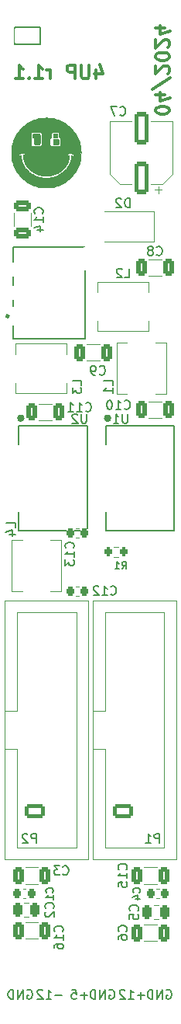
<source format=gbo>
G04 #@! TF.GenerationSoftware,KiCad,Pcbnew,6.0.10-86aedd382b~118~ubuntu18.04.1*
G04 #@! TF.CreationDate,2024-03-18T10:27:50-04:00*
G04 #@! TF.ProjectId,4UP,3455502e-6b69-4636-9164-5f7063625858,rev?*
G04 #@! TF.SameCoordinates,Original*
G04 #@! TF.FileFunction,Legend,Bot*
G04 #@! TF.FilePolarity,Positive*
%FSLAX46Y46*%
G04 Gerber Fmt 4.6, Leading zero omitted, Abs format (unit mm)*
G04 Created by KiCad (PCBNEW 6.0.10-86aedd382b~118~ubuntu18.04.1) date 2024-03-18 10:27:50*
%MOMM*%
%LPD*%
G01*
G04 APERTURE LIST*
G04 Aperture macros list*
%AMRoundRect*
0 Rectangle with rounded corners*
0 $1 Rounding radius*
0 $2 $3 $4 $5 $6 $7 $8 $9 X,Y pos of 4 corners*
0 Add a 4 corners polygon primitive as box body*
4,1,4,$2,$3,$4,$5,$6,$7,$8,$9,$2,$3,0*
0 Add four circle primitives for the rounded corners*
1,1,$1+$1,$2,$3*
1,1,$1+$1,$4,$5*
1,1,$1+$1,$6,$7*
1,1,$1+$1,$8,$9*
0 Add four rect primitives between the rounded corners*
20,1,$1+$1,$2,$3,$4,$5,0*
20,1,$1+$1,$4,$5,$6,$7,0*
20,1,$1+$1,$6,$7,$8,$9,0*
20,1,$1+$1,$8,$9,$2,$3,0*%
%AMHorizOval*
0 Thick line with rounded ends*
0 $1 width*
0 $2 $3 position (X,Y) of the first rounded end (center of the circle)*
0 $4 $5 position (X,Y) of the second rounded end (center of the circle)*
0 Add line between two ends*
20,1,$1,$2,$3,$4,$5,0*
0 Add two circle primitives to create the rounded ends*
1,1,$1,$2,$3*
1,1,$1,$4,$5*%
G04 Aperture macros list end*
%ADD10C,0.020000*%
%ADD11C,0.150000*%
%ADD12C,0.300000*%
%ADD13C,0.120000*%
%ADD14C,0.127000*%
%ADD15C,0.350000*%
%ADD16C,0.400000*%
%ADD17R,2.800000X1.600000*%
%ADD18R,1.800000X1.800000*%
%ADD19C,1.800000*%
%ADD20RoundRect,0.200000X-0.200000X-0.275000X0.200000X-0.275000X0.200000X0.275000X-0.200000X0.275000X0*%
%ADD21RoundRect,0.220589X-0.879411X-0.529411X0.879411X-0.529411X0.879411X0.529411X-0.879411X0.529411X0*%
%ADD22O,2.200000X1.500000*%
%ADD23C,3.300000*%
%ADD24R,2.500000X1.800000*%
%ADD25RoundRect,0.250000X0.550000X-1.500000X0.550000X1.500000X-0.550000X1.500000X-0.550000X-1.500000X0*%
%ADD26RoundRect,0.250000X-0.250000X-0.475000X0.250000X-0.475000X0.250000X0.475000X-0.250000X0.475000X0*%
%ADD27RoundRect,0.225000X0.225000X0.250000X-0.225000X0.250000X-0.225000X-0.250000X0.225000X-0.250000X0*%
%ADD28RoundRect,0.225000X-0.225000X-0.250000X0.225000X-0.250000X0.225000X0.250000X-0.225000X0.250000X0*%
%ADD29RoundRect,0.250000X-0.325000X-0.650000X0.325000X-0.650000X0.325000X0.650000X-0.325000X0.650000X0*%
%ADD30RoundRect,0.250000X0.325000X0.650000X-0.325000X0.650000X-0.325000X-0.650000X0.325000X-0.650000X0*%
%ADD31RoundRect,0.250000X0.650000X-0.325000X0.650000X0.325000X-0.650000X0.325000X-0.650000X-0.325000X0*%
%ADD32R,4.000000X2.500000*%
%ADD33O,4.000000X2.500000*%
%ADD34R,2.000000X2.500000*%
%ADD35O,2.000000X2.500000*%
%ADD36HorizOval,2.540000X1.226726X-0.328700X-1.226726X0.328700X0*%
%ADD37R,2.540000X5.080000*%
%ADD38O,5.080000X2.540000*%
%ADD39R,1.900000X2.500000*%
%ADD40R,2.750000X2.000000*%
%ADD41O,2.750000X2.000000*%
%ADD42O,2.500000X1.800000*%
%ADD43R,2.500000X1.900000*%
G04 APERTURE END LIST*
D10*
G36*
X35228700Y-53421181D02*
G01*
X35258145Y-53421963D01*
X35283921Y-53423576D01*
X35306272Y-53426274D01*
X35316239Y-53428108D01*
X35325440Y-53430308D01*
X35333907Y-53432906D01*
X35341669Y-53435933D01*
X35348756Y-53439420D01*
X35355200Y-53443401D01*
X35361030Y-53447905D01*
X35366277Y-53452965D01*
X35370970Y-53458613D01*
X35375141Y-53464879D01*
X35378820Y-53471797D01*
X35382036Y-53479396D01*
X35384821Y-53487710D01*
X35387205Y-53496769D01*
X35389218Y-53506606D01*
X35390890Y-53517251D01*
X35393333Y-53541095D01*
X35394778Y-53568554D01*
X35395467Y-53599881D01*
X35395643Y-53635330D01*
X35395643Y-54339990D01*
X35395477Y-54377057D01*
X35394859Y-54409905D01*
X35393607Y-54438786D01*
X35391538Y-54463951D01*
X35388469Y-54485654D01*
X35386504Y-54495286D01*
X35384220Y-54504147D01*
X35381595Y-54512268D01*
X35378607Y-54519682D01*
X35375233Y-54526418D01*
X35371449Y-54532510D01*
X35367234Y-54537988D01*
X35362563Y-54542884D01*
X35357416Y-54547230D01*
X35351768Y-54551058D01*
X35345597Y-54554397D01*
X35338880Y-54557281D01*
X35331595Y-54559741D01*
X35323718Y-54561808D01*
X35306100Y-54564889D01*
X35285844Y-54566778D01*
X35262766Y-54567726D01*
X35236686Y-54567986D01*
X34994841Y-54567986D01*
X34955813Y-54567813D01*
X34921403Y-54567141D01*
X34891322Y-54565746D01*
X34865280Y-54563402D01*
X34842986Y-54559883D01*
X34833155Y-54557612D01*
X34824152Y-54554963D01*
X34815941Y-54551907D01*
X34808487Y-54548417D01*
X34801752Y-54544463D01*
X34795701Y-54540018D01*
X34790298Y-54535054D01*
X34785505Y-54529541D01*
X34781288Y-54523453D01*
X34777609Y-54516761D01*
X34774433Y-54509436D01*
X34771723Y-54501451D01*
X34769443Y-54492777D01*
X34767556Y-54483386D01*
X34764821Y-54462340D01*
X34763225Y-54438087D01*
X34762480Y-54410401D01*
X34762297Y-54379057D01*
X34762297Y-54065898D01*
X34760023Y-53987557D01*
X34759900Y-53966699D01*
X34759472Y-53948044D01*
X34758652Y-53931421D01*
X34757352Y-53916656D01*
X34755486Y-53903577D01*
X34752966Y-53892013D01*
X34751433Y-53886745D01*
X34749705Y-53881791D01*
X34747769Y-53877130D01*
X34745614Y-53872739D01*
X34743231Y-53868598D01*
X34740608Y-53864685D01*
X34737735Y-53860978D01*
X34734599Y-53857456D01*
X34731191Y-53854098D01*
X34727499Y-53850881D01*
X34719222Y-53844787D01*
X34709679Y-53839002D01*
X34698784Y-53833353D01*
X34686449Y-53827670D01*
X34672587Y-53821779D01*
X34660711Y-53816679D01*
X34650063Y-53811681D01*
X34640579Y-53806670D01*
X34636253Y-53804124D01*
X34632195Y-53801532D01*
X34628396Y-53798880D01*
X34624849Y-53796152D01*
X34621544Y-53793336D01*
X34618475Y-53790416D01*
X34615634Y-53787379D01*
X34613011Y-53784209D01*
X34610601Y-53780893D01*
X34608393Y-53777416D01*
X34606381Y-53773765D01*
X34604557Y-53769924D01*
X34602912Y-53765879D01*
X34601439Y-53761616D01*
X34600129Y-53757121D01*
X34598975Y-53752380D01*
X34597969Y-53747377D01*
X34597103Y-53742099D01*
X34596368Y-53736531D01*
X34595757Y-53730660D01*
X34594875Y-53717948D01*
X34594392Y-53703849D01*
X34594245Y-53688247D01*
X34591973Y-53603084D01*
X34591973Y-53593782D01*
X34592346Y-53567930D01*
X34593553Y-53544698D01*
X34595726Y-53523955D01*
X34597215Y-53514475D01*
X34598995Y-53505568D01*
X34601082Y-53497218D01*
X34603493Y-53489408D01*
X34606243Y-53482121D01*
X34609350Y-53475342D01*
X34612829Y-53469053D01*
X34616698Y-53463239D01*
X34620972Y-53457883D01*
X34625668Y-53452968D01*
X34630803Y-53448478D01*
X34636392Y-53444397D01*
X34642453Y-53440708D01*
X34649001Y-53437395D01*
X34656054Y-53434442D01*
X34663627Y-53431831D01*
X34671737Y-53429547D01*
X34680400Y-53427573D01*
X34689634Y-53425893D01*
X34699453Y-53424490D01*
X34720916Y-53422450D01*
X34744921Y-53421323D01*
X34771600Y-53420976D01*
X35195345Y-53420976D01*
X35228700Y-53421181D01*
G37*
X35228700Y-53421181D02*
X35258145Y-53421963D01*
X35283921Y-53423576D01*
X35306272Y-53426274D01*
X35316239Y-53428108D01*
X35325440Y-53430308D01*
X35333907Y-53432906D01*
X35341669Y-53435933D01*
X35348756Y-53439420D01*
X35355200Y-53443401D01*
X35361030Y-53447905D01*
X35366277Y-53452965D01*
X35370970Y-53458613D01*
X35375141Y-53464879D01*
X35378820Y-53471797D01*
X35382036Y-53479396D01*
X35384821Y-53487710D01*
X35387205Y-53496769D01*
X35389218Y-53506606D01*
X35390890Y-53517251D01*
X35393333Y-53541095D01*
X35394778Y-53568554D01*
X35395467Y-53599881D01*
X35395643Y-53635330D01*
X35395643Y-54339990D01*
X35395477Y-54377057D01*
X35394859Y-54409905D01*
X35393607Y-54438786D01*
X35391538Y-54463951D01*
X35388469Y-54485654D01*
X35386504Y-54495286D01*
X35384220Y-54504147D01*
X35381595Y-54512268D01*
X35378607Y-54519682D01*
X35375233Y-54526418D01*
X35371449Y-54532510D01*
X35367234Y-54537988D01*
X35362563Y-54542884D01*
X35357416Y-54547230D01*
X35351768Y-54551058D01*
X35345597Y-54554397D01*
X35338880Y-54557281D01*
X35331595Y-54559741D01*
X35323718Y-54561808D01*
X35306100Y-54564889D01*
X35285844Y-54566778D01*
X35262766Y-54567726D01*
X35236686Y-54567986D01*
X34994841Y-54567986D01*
X34955813Y-54567813D01*
X34921403Y-54567141D01*
X34891322Y-54565746D01*
X34865280Y-54563402D01*
X34842986Y-54559883D01*
X34833155Y-54557612D01*
X34824152Y-54554963D01*
X34815941Y-54551907D01*
X34808487Y-54548417D01*
X34801752Y-54544463D01*
X34795701Y-54540018D01*
X34790298Y-54535054D01*
X34785505Y-54529541D01*
X34781288Y-54523453D01*
X34777609Y-54516761D01*
X34774433Y-54509436D01*
X34771723Y-54501451D01*
X34769443Y-54492777D01*
X34767556Y-54483386D01*
X34764821Y-54462340D01*
X34763225Y-54438087D01*
X34762480Y-54410401D01*
X34762297Y-54379057D01*
X34762297Y-54065898D01*
X34760023Y-53987557D01*
X34759900Y-53966699D01*
X34759472Y-53948044D01*
X34758652Y-53931421D01*
X34757352Y-53916656D01*
X34755486Y-53903577D01*
X34752966Y-53892013D01*
X34751433Y-53886745D01*
X34749705Y-53881791D01*
X34747769Y-53877130D01*
X34745614Y-53872739D01*
X34743231Y-53868598D01*
X34740608Y-53864685D01*
X34737735Y-53860978D01*
X34734599Y-53857456D01*
X34731191Y-53854098D01*
X34727499Y-53850881D01*
X34719222Y-53844787D01*
X34709679Y-53839002D01*
X34698784Y-53833353D01*
X34686449Y-53827670D01*
X34672587Y-53821779D01*
X34660711Y-53816679D01*
X34650063Y-53811681D01*
X34640579Y-53806670D01*
X34636253Y-53804124D01*
X34632195Y-53801532D01*
X34628396Y-53798880D01*
X34624849Y-53796152D01*
X34621544Y-53793336D01*
X34618475Y-53790416D01*
X34615634Y-53787379D01*
X34613011Y-53784209D01*
X34610601Y-53780893D01*
X34608393Y-53777416D01*
X34606381Y-53773765D01*
X34604557Y-53769924D01*
X34602912Y-53765879D01*
X34601439Y-53761616D01*
X34600129Y-53757121D01*
X34598975Y-53752380D01*
X34597969Y-53747377D01*
X34597103Y-53742099D01*
X34596368Y-53736531D01*
X34595757Y-53730660D01*
X34594875Y-53717948D01*
X34594392Y-53703849D01*
X34594245Y-53688247D01*
X34591973Y-53603084D01*
X34591973Y-53593782D01*
X34592346Y-53567930D01*
X34593553Y-53544698D01*
X34595726Y-53523955D01*
X34597215Y-53514475D01*
X34598995Y-53505568D01*
X34601082Y-53497218D01*
X34603493Y-53489408D01*
X34606243Y-53482121D01*
X34609350Y-53475342D01*
X34612829Y-53469053D01*
X34616698Y-53463239D01*
X34620972Y-53457883D01*
X34625668Y-53452968D01*
X34630803Y-53448478D01*
X34636392Y-53444397D01*
X34642453Y-53440708D01*
X34649001Y-53437395D01*
X34656054Y-53434442D01*
X34663627Y-53431831D01*
X34671737Y-53429547D01*
X34680400Y-53427573D01*
X34689634Y-53425893D01*
X34699453Y-53424490D01*
X34720916Y-53422450D01*
X34744921Y-53421323D01*
X34771600Y-53420976D01*
X35195345Y-53420976D01*
X35228700Y-53421181D01*
G36*
X33295738Y-55757601D02*
G01*
X33295612Y-55757694D01*
X33292946Y-55759026D01*
X33292873Y-55759060D01*
X33289578Y-55760300D01*
X33288814Y-55760542D01*
X33288727Y-55760544D01*
X33288809Y-55760479D01*
X33290396Y-55759727D01*
X33292969Y-55758625D01*
X33295164Y-55757754D01*
X33295691Y-55757586D01*
X33295738Y-55757601D01*
G37*
X33295738Y-55757601D02*
X33295612Y-55757694D01*
X33292946Y-55759026D01*
X33292873Y-55759060D01*
X33289578Y-55760300D01*
X33288814Y-55760542D01*
X33288727Y-55760544D01*
X33288809Y-55760479D01*
X33290396Y-55759727D01*
X33292969Y-55758625D01*
X33295164Y-55757754D01*
X33295691Y-55757586D01*
X33295738Y-55757601D01*
G36*
X39839326Y-56061043D02*
G01*
X39805822Y-56248669D01*
X39763280Y-56433004D01*
X39711941Y-56613806D01*
X39652043Y-56790836D01*
X39583826Y-56963856D01*
X39507530Y-57132626D01*
X39423394Y-57296906D01*
X39331656Y-57456457D01*
X39232557Y-57611041D01*
X39126335Y-57760417D01*
X39013231Y-57904345D01*
X38893483Y-58042588D01*
X38767331Y-58174905D01*
X38635013Y-58301057D01*
X38496771Y-58420805D01*
X38352842Y-58533910D01*
X38203466Y-58640131D01*
X38048883Y-58739231D01*
X37889331Y-58830968D01*
X37725051Y-58915105D01*
X37556281Y-58991401D01*
X37383262Y-59059618D01*
X37206231Y-59119515D01*
X37025429Y-59170855D01*
X36841095Y-59213396D01*
X36653468Y-59246901D01*
X36462788Y-59271129D01*
X36269293Y-59285841D01*
X36073224Y-59290799D01*
X35877155Y-59285841D01*
X35683661Y-59271129D01*
X35492980Y-59246901D01*
X35305354Y-59213396D01*
X35121019Y-59170855D01*
X34940217Y-59119515D01*
X34763187Y-59059618D01*
X34590167Y-58991401D01*
X34421397Y-58915105D01*
X34257117Y-58830968D01*
X34097566Y-58739231D01*
X33942982Y-58640131D01*
X33793606Y-58533910D01*
X33649678Y-58420805D01*
X33511435Y-58301057D01*
X33379118Y-58174905D01*
X33252966Y-58042588D01*
X33133218Y-57904345D01*
X33020113Y-57760417D01*
X32913892Y-57611041D01*
X32814792Y-57456457D01*
X32723055Y-57296906D01*
X32638918Y-57132626D01*
X32562622Y-56963856D01*
X32494405Y-56790836D01*
X32434508Y-56613806D01*
X32383168Y-56433004D01*
X32340627Y-56248669D01*
X32307122Y-56061043D01*
X32282894Y-55870362D01*
X32270807Y-55711392D01*
X33055429Y-55711392D01*
X33055437Y-55716528D01*
X33055680Y-55721668D01*
X33056154Y-55726798D01*
X33056856Y-55731906D01*
X33057783Y-55736977D01*
X33058930Y-55741998D01*
X33060294Y-55746955D01*
X33061871Y-55751835D01*
X33063658Y-55756624D01*
X33065652Y-55761309D01*
X33067849Y-55765875D01*
X33070245Y-55770309D01*
X33072836Y-55774598D01*
X33075620Y-55778729D01*
X33078592Y-55782687D01*
X33081749Y-55786458D01*
X33085088Y-55790030D01*
X33089131Y-55793914D01*
X33093270Y-55797509D01*
X33097498Y-55800821D01*
X33101809Y-55803852D01*
X33106197Y-55806608D01*
X33110656Y-55809092D01*
X33115180Y-55811307D01*
X33119762Y-55813258D01*
X33124396Y-55814948D01*
X33129076Y-55816382D01*
X33133797Y-55817563D01*
X33138551Y-55818495D01*
X33143332Y-55819182D01*
X33148135Y-55819628D01*
X33152954Y-55819837D01*
X33157781Y-55819812D01*
X33162612Y-55819559D01*
X33167439Y-55819079D01*
X33172257Y-55818378D01*
X33177059Y-55817459D01*
X33181840Y-55816326D01*
X33186592Y-55814983D01*
X33195989Y-55811683D01*
X33205201Y-55807589D01*
X33214178Y-55802732D01*
X33222870Y-55797144D01*
X33231229Y-55790856D01*
X33220341Y-55799709D01*
X33215426Y-55803818D01*
X33214841Y-55804398D01*
X33215307Y-55804157D01*
X33218807Y-55801701D01*
X33231952Y-55792302D01*
X33239242Y-55787307D01*
X33242551Y-55785162D01*
X33245440Y-55783415D01*
X33250358Y-55780568D01*
X33255310Y-55777784D01*
X33260298Y-55775060D01*
X33265322Y-55772396D01*
X33270383Y-55769792D01*
X33275482Y-55767247D01*
X33280620Y-55764760D01*
X33285799Y-55762331D01*
X33292873Y-55759060D01*
X33294068Y-55758610D01*
X33297768Y-55757257D01*
X33301478Y-55755934D01*
X33308898Y-55753287D01*
X33314010Y-55843224D01*
X33322469Y-55932865D01*
X33334243Y-56022098D01*
X33349299Y-56110813D01*
X33367606Y-56198896D01*
X33389130Y-56286237D01*
X33413840Y-56372722D01*
X33441703Y-56458240D01*
X33472687Y-56542680D01*
X33506760Y-56625928D01*
X33543889Y-56707873D01*
X33584042Y-56788403D01*
X33627186Y-56867407D01*
X33673290Y-56944771D01*
X33722320Y-57020385D01*
X33774245Y-57094136D01*
X33863069Y-57208678D01*
X33957430Y-57317670D01*
X34057052Y-57421019D01*
X34161659Y-57518634D01*
X34270975Y-57610422D01*
X34384724Y-57696290D01*
X34502629Y-57776147D01*
X34624416Y-57849900D01*
X34749807Y-57917456D01*
X34878527Y-57978725D01*
X35010300Y-58033612D01*
X35144849Y-58082026D01*
X35281898Y-58123875D01*
X35421172Y-58159066D01*
X35562395Y-58187507D01*
X35705290Y-58209106D01*
X35851674Y-58223845D01*
X35998390Y-58231209D01*
X36145106Y-58231255D01*
X36291492Y-58224041D01*
X36437220Y-58209623D01*
X36581959Y-58188058D01*
X36725378Y-58159404D01*
X36867149Y-58123717D01*
X37006940Y-58081055D01*
X37144424Y-58031473D01*
X37279268Y-57975030D01*
X37411144Y-57911782D01*
X37539722Y-57841787D01*
X37664671Y-57765100D01*
X37785662Y-57681780D01*
X37902365Y-57591883D01*
X38003062Y-57505455D01*
X38098914Y-57414269D01*
X38189750Y-57318568D01*
X38275399Y-57218598D01*
X38355691Y-57114605D01*
X38430456Y-57006832D01*
X38499522Y-56895525D01*
X38562720Y-56780929D01*
X38619879Y-56663289D01*
X38670828Y-56542850D01*
X38715396Y-56419856D01*
X38753414Y-56294554D01*
X38784711Y-56167186D01*
X38809117Y-56038000D01*
X38826459Y-55907238D01*
X38836570Y-55775148D01*
X38836762Y-55775204D01*
X38836955Y-55775255D01*
X38837345Y-55775348D01*
X38837540Y-55775395D01*
X38837734Y-55775445D01*
X38837928Y-55775499D01*
X38838120Y-55775561D01*
X38845675Y-55778096D01*
X38853185Y-55780717D01*
X38860656Y-55783447D01*
X38868092Y-55786310D01*
X38868509Y-55786470D01*
X38868779Y-55786569D01*
X38868943Y-55786624D01*
X38869042Y-55786651D01*
X38869115Y-55786667D01*
X38869204Y-55786690D01*
X38869349Y-55786737D01*
X38869591Y-55786825D01*
X38871503Y-55787829D01*
X38872102Y-55788135D01*
X38872866Y-55788518D01*
X38873853Y-55789002D01*
X38875120Y-55789616D01*
X38880299Y-55792039D01*
X38885437Y-55794508D01*
X38890534Y-55797026D01*
X38895591Y-55799598D01*
X38900609Y-55802227D01*
X38905588Y-55804917D01*
X38910527Y-55807671D01*
X38915428Y-55810493D01*
X38921536Y-55814441D01*
X38929057Y-55819658D01*
X38943038Y-55829604D01*
X38946851Y-55832190D01*
X38947383Y-55832416D01*
X38946780Y-55831752D01*
X38941501Y-55827220D01*
X38929690Y-55817521D01*
X38938049Y-55823858D01*
X38946724Y-55829513D01*
X38955669Y-55834452D01*
X38964838Y-55838642D01*
X38974185Y-55842050D01*
X38978911Y-55843450D01*
X38983664Y-55844641D01*
X38988439Y-55845621D01*
X38993230Y-55846384D01*
X38998031Y-55846926D01*
X39002836Y-55847244D01*
X39007640Y-55847332D01*
X39012437Y-55847187D01*
X39017220Y-55846805D01*
X39021985Y-55846182D01*
X39026726Y-55845313D01*
X39031437Y-55844194D01*
X39036112Y-55842821D01*
X39040745Y-55841190D01*
X39045331Y-55839297D01*
X39049864Y-55837137D01*
X39054338Y-55834706D01*
X39058747Y-55832001D01*
X39063086Y-55829016D01*
X39067350Y-55825748D01*
X39071531Y-55822193D01*
X39075625Y-55818347D01*
X39078991Y-55814845D01*
X39082182Y-55811134D01*
X39085194Y-55807229D01*
X39088023Y-55803143D01*
X39090664Y-55798891D01*
X39093114Y-55794486D01*
X39095368Y-55789943D01*
X39097423Y-55785276D01*
X39099275Y-55780498D01*
X39100919Y-55775624D01*
X39102351Y-55770667D01*
X39103568Y-55765643D01*
X39104566Y-55760564D01*
X39105340Y-55755445D01*
X39105886Y-55750299D01*
X39106201Y-55745142D01*
X39106280Y-55739986D01*
X39106119Y-55734846D01*
X39105715Y-55729736D01*
X39105063Y-55724671D01*
X39104159Y-55719663D01*
X39102999Y-55714727D01*
X39101580Y-55709877D01*
X39099897Y-55705127D01*
X39097946Y-55700491D01*
X39095723Y-55695983D01*
X39093224Y-55691618D01*
X39090445Y-55687408D01*
X39087383Y-55683369D01*
X39084032Y-55679514D01*
X39080390Y-55675857D01*
X39076451Y-55672413D01*
X39055884Y-55656548D01*
X39034666Y-55641828D01*
X39012839Y-55628229D01*
X38990444Y-55615728D01*
X38967523Y-55604300D01*
X38944116Y-55593921D01*
X38920265Y-55584568D01*
X38896011Y-55576217D01*
X38871396Y-55568844D01*
X38846461Y-55562424D01*
X38821247Y-55556935D01*
X38795796Y-55552352D01*
X38770149Y-55548651D01*
X38744347Y-55545808D01*
X38718431Y-55543799D01*
X38692444Y-55542602D01*
X38661222Y-55542199D01*
X38630028Y-55542887D01*
X38598932Y-55544623D01*
X38568008Y-55547367D01*
X38537325Y-55551079D01*
X38506956Y-55555718D01*
X38476973Y-55561243D01*
X38447446Y-55567613D01*
X38442379Y-55568936D01*
X38437449Y-55570535D01*
X38432661Y-55572400D01*
X38428020Y-55574520D01*
X38423529Y-55576885D01*
X38419194Y-55579485D01*
X38415017Y-55582307D01*
X38411005Y-55585343D01*
X38407160Y-55588580D01*
X38403488Y-55592009D01*
X38399992Y-55595618D01*
X38396678Y-55599398D01*
X38393548Y-55603338D01*
X38390609Y-55607426D01*
X38387864Y-55611652D01*
X38385317Y-55616006D01*
X38382973Y-55620477D01*
X38380836Y-55625054D01*
X38378910Y-55629726D01*
X38377201Y-55634484D01*
X38375711Y-55639315D01*
X38374446Y-55644211D01*
X38373410Y-55649159D01*
X38372607Y-55654150D01*
X38372041Y-55659173D01*
X38371718Y-55664216D01*
X38371640Y-55669270D01*
X38371814Y-55674324D01*
X38372242Y-55679367D01*
X38372929Y-55684388D01*
X38373880Y-55689377D01*
X38375099Y-55694323D01*
X38376653Y-55699479D01*
X38378443Y-55704475D01*
X38380460Y-55709309D01*
X38382697Y-55713979D01*
X38385145Y-55718482D01*
X38387797Y-55722814D01*
X38390645Y-55726974D01*
X38393680Y-55730958D01*
X38396894Y-55734764D01*
X38400281Y-55738388D01*
X38403830Y-55741829D01*
X38407536Y-55745083D01*
X38411389Y-55748147D01*
X38415382Y-55751019D01*
X38419506Y-55753696D01*
X38423754Y-55756175D01*
X38428118Y-55758453D01*
X38432589Y-55760528D01*
X38437160Y-55762397D01*
X38441823Y-55764057D01*
X38446569Y-55765506D01*
X38451391Y-55766739D01*
X38456281Y-55767756D01*
X38461230Y-55768552D01*
X38466232Y-55769126D01*
X38471276Y-55769474D01*
X38476357Y-55769594D01*
X38481465Y-55769483D01*
X38486593Y-55769137D01*
X38491733Y-55768555D01*
X38496877Y-55767734D01*
X38502016Y-55766670D01*
X38515020Y-55763786D01*
X38528040Y-55761147D01*
X38541079Y-55758749D01*
X38554137Y-55756588D01*
X38567213Y-55754661D01*
X38580308Y-55752963D01*
X38593423Y-55751490D01*
X38606558Y-55750237D01*
X38605746Y-55771307D01*
X38604735Y-55792371D01*
X38603511Y-55813427D01*
X38602062Y-55834470D01*
X38600594Y-55853678D01*
X38598969Y-55872873D01*
X38597185Y-55892039D01*
X38595241Y-55911158D01*
X38592964Y-55930830D01*
X38590538Y-55950536D01*
X38589149Y-55960685D01*
X38588550Y-55964942D01*
X38588213Y-55967175D01*
X38582430Y-56004578D01*
X38576067Y-56041889D01*
X38569111Y-56079097D01*
X38561548Y-56116189D01*
X38553364Y-56153155D01*
X38544547Y-56189982D01*
X38535084Y-56226661D01*
X38524961Y-56263178D01*
X38513558Y-56301706D01*
X38501589Y-56340032D01*
X38488955Y-56378120D01*
X38482358Y-56397063D01*
X38475558Y-56415933D01*
X38469162Y-56433565D01*
X38462646Y-56451129D01*
X38455972Y-56468614D01*
X38449100Y-56486007D01*
X38447103Y-56490935D01*
X38445089Y-56495825D01*
X38441038Y-56505644D01*
X38440960Y-56505832D01*
X38440907Y-56505964D01*
X38440843Y-56506135D01*
X38440813Y-56506216D01*
X38440772Y-56506319D01*
X38440713Y-56506467D01*
X38440625Y-56506678D01*
X38434296Y-56521354D01*
X38427809Y-56536030D01*
X38412437Y-56569954D01*
X38396560Y-56603653D01*
X38380172Y-56637115D01*
X38363266Y-56670328D01*
X38345837Y-56703281D01*
X38327879Y-56735962D01*
X38309385Y-56768358D01*
X38290350Y-56800459D01*
X38272960Y-56828796D01*
X38255199Y-56856926D01*
X38237058Y-56884835D01*
X38218534Y-56912508D01*
X38199621Y-56939930D01*
X38180312Y-56967087D01*
X38160603Y-56993965D01*
X38140488Y-57020548D01*
X38137514Y-57024423D01*
X38132713Y-57030574D01*
X38129395Y-57034766D01*
X38126019Y-57038945D01*
X38121023Y-57045264D01*
X38115969Y-57051531D01*
X38110876Y-57057757D01*
X38105762Y-57063957D01*
X38095611Y-57076307D01*
X38085329Y-57088590D01*
X38074928Y-57100804D01*
X38064420Y-57112946D01*
X38043223Y-57137159D01*
X38021751Y-57161127D01*
X37999961Y-57184828D01*
X37977811Y-57208237D01*
X37954330Y-57232421D01*
X37930556Y-57256308D01*
X37906483Y-57279888D01*
X37882106Y-57303151D01*
X37857419Y-57326086D01*
X37832416Y-57348684D01*
X37807092Y-57370934D01*
X37781440Y-57392825D01*
X37766957Y-57405017D01*
X37752350Y-57417125D01*
X37737664Y-57429124D01*
X37722943Y-57440988D01*
X37710067Y-57451196D01*
X37703690Y-57456249D01*
X37697311Y-57461245D01*
X37693575Y-57464134D01*
X37691782Y-57465534D01*
X37690850Y-57466218D01*
X37689946Y-57466886D01*
X37688553Y-57467924D01*
X37686149Y-57469720D01*
X37659832Y-57489158D01*
X37633275Y-57508369D01*
X37606491Y-57527272D01*
X37579489Y-57545788D01*
X37550839Y-57564849D01*
X37521962Y-57583566D01*
X37492861Y-57601923D01*
X37463536Y-57619906D01*
X37433991Y-57637500D01*
X37404226Y-57654689D01*
X37374246Y-57671459D01*
X37344051Y-57687794D01*
X37312026Y-57704655D01*
X37279832Y-57721100D01*
X37247451Y-57737119D01*
X37214860Y-57752700D01*
X37184450Y-57766767D01*
X37169199Y-57773652D01*
X37153882Y-57780398D01*
X37128354Y-57791560D01*
X37117554Y-57795947D01*
X37111609Y-57798413D01*
X37108820Y-57799622D01*
X37042298Y-57825482D01*
X36975157Y-57849700D01*
X36907435Y-57872241D01*
X36839170Y-57893070D01*
X36770402Y-57912153D01*
X36701169Y-57929455D01*
X36631510Y-57944942D01*
X36561463Y-57958579D01*
X36541428Y-57962228D01*
X36521339Y-57965717D01*
X36501209Y-57969048D01*
X36481055Y-57972221D01*
X36446328Y-57977389D01*
X36452654Y-57976394D01*
X36445831Y-57977251D01*
X36429378Y-57979455D01*
X36394162Y-57983502D01*
X36358862Y-57987233D01*
X36323512Y-57990538D01*
X36288147Y-57993305D01*
X36250701Y-57995807D01*
X36213220Y-57997868D01*
X36175711Y-57999472D01*
X36138184Y-58000604D01*
X36100647Y-58001251D01*
X36063108Y-58001396D01*
X36025577Y-58001026D01*
X35988062Y-58000126D01*
X35913795Y-57997116D01*
X35842596Y-57992619D01*
X35773503Y-57986465D01*
X35705557Y-57978486D01*
X35637797Y-57968512D01*
X35569263Y-57956375D01*
X35498994Y-57941906D01*
X35426029Y-57924936D01*
X35391427Y-57916217D01*
X35356954Y-57907113D01*
X35322614Y-57897607D01*
X35288409Y-57887682D01*
X35254340Y-57877320D01*
X35220409Y-57866505D01*
X35186619Y-57855218D01*
X35152971Y-57843443D01*
X35115808Y-57829935D01*
X35097257Y-57823015D01*
X35078764Y-57815951D01*
X35063134Y-57809830D01*
X35055245Y-57806737D01*
X35047344Y-57803549D01*
X35028172Y-57795797D01*
X34998973Y-57783185D01*
X34969870Y-57770343D01*
X34940915Y-57757180D01*
X34912158Y-57743604D01*
X34850584Y-57713013D01*
X34789762Y-57680926D01*
X34729748Y-57647342D01*
X34670599Y-57612259D01*
X34612370Y-57575676D01*
X34555117Y-57537590D01*
X34498896Y-57498000D01*
X34443763Y-57456904D01*
X34441222Y-57454995D01*
X34439484Y-57453700D01*
X34437304Y-57452097D01*
X34430893Y-57446957D01*
X34427700Y-57444385D01*
X34424540Y-57441814D01*
X34418186Y-57436818D01*
X34411828Y-57431765D01*
X34399115Y-57421557D01*
X34374127Y-57400715D01*
X34361696Y-57390208D01*
X34349299Y-57379596D01*
X34324927Y-57358366D01*
X34300784Y-57336823D01*
X34276869Y-57314962D01*
X34253181Y-57292780D01*
X34229067Y-57269395D01*
X34205234Y-57245748D01*
X34181698Y-57221826D01*
X34158474Y-57197615D01*
X34135577Y-57173105D01*
X34113023Y-57148282D01*
X34090828Y-57123134D01*
X34069006Y-57097649D01*
X34056917Y-57083330D01*
X34044893Y-57068928D01*
X34032989Y-57054418D01*
X34021257Y-57039772D01*
X34001413Y-57014760D01*
X33999656Y-57012488D01*
X33999448Y-57012186D01*
X33999146Y-57011764D01*
X33998132Y-57010379D01*
X33996355Y-57007982D01*
X33993558Y-57004219D01*
X33974500Y-56978533D01*
X33955760Y-56952582D01*
X33937368Y-56926353D01*
X33919351Y-56899833D01*
X33901058Y-56872060D01*
X33883100Y-56844062D01*
X33865498Y-56815832D01*
X33848273Y-56787366D01*
X33831445Y-56758656D01*
X33815034Y-56729697D01*
X33799061Y-56700484D01*
X33783545Y-56671010D01*
X33767784Y-56640208D01*
X33752458Y-56609164D01*
X33737637Y-56577882D01*
X33723394Y-56546366D01*
X33710372Y-56517220D01*
X33707865Y-56511389D01*
X33706858Y-56509107D01*
X33706482Y-56508177D01*
X33706233Y-56507553D01*
X33705883Y-56506685D01*
X33705204Y-56505024D01*
X33693366Y-56475417D01*
X33687520Y-56460495D01*
X33681846Y-56445493D01*
X33670265Y-56414033D01*
X33659107Y-56382435D01*
X33648387Y-56350698D01*
X33638118Y-56318816D01*
X33628315Y-56286789D01*
X33618994Y-56254612D01*
X33610167Y-56222283D01*
X33601851Y-56189798D01*
X33593690Y-56155625D01*
X33586000Y-56121306D01*
X33578845Y-56086869D01*
X33572292Y-56052339D01*
X33569397Y-56036319D01*
X33566596Y-56020255D01*
X33563904Y-56004163D01*
X33561337Y-55988053D01*
X33560371Y-55981920D01*
X33558890Y-55971810D01*
X33558064Y-55966462D01*
X33559064Y-55974617D01*
X33556937Y-55958391D01*
X33554930Y-55942164D01*
X33551824Y-55914778D01*
X33549053Y-55887371D01*
X33546611Y-55859944D01*
X33544496Y-55832498D01*
X33542703Y-55805034D01*
X33541228Y-55777552D01*
X33540069Y-55750054D01*
X33539220Y-55722540D01*
X33553942Y-55723559D01*
X33568745Y-55724827D01*
X33583645Y-55726374D01*
X33598656Y-55728232D01*
X33613797Y-55730430D01*
X33629080Y-55733002D01*
X33644524Y-55735977D01*
X33660143Y-55739386D01*
X33672053Y-55741535D01*
X33683501Y-55742414D01*
X33694466Y-55742096D01*
X33704929Y-55740654D01*
X33714871Y-55738160D01*
X33724271Y-55734689D01*
X33733110Y-55730312D01*
X33741367Y-55725103D01*
X33749024Y-55719135D01*
X33756059Y-55712480D01*
X33762454Y-55705211D01*
X33768189Y-55697401D01*
X33773243Y-55689124D01*
X33777597Y-55680451D01*
X33781231Y-55671457D01*
X33784126Y-55662213D01*
X33786261Y-55652793D01*
X33787617Y-55643269D01*
X33788174Y-55633716D01*
X33787912Y-55624204D01*
X33786811Y-55614808D01*
X33784851Y-55605601D01*
X33782014Y-55596654D01*
X33778278Y-55588041D01*
X33773624Y-55579836D01*
X33768032Y-55572110D01*
X33761483Y-55564937D01*
X33753957Y-55558390D01*
X33745433Y-55552541D01*
X33735892Y-55547464D01*
X33725314Y-55543231D01*
X33713680Y-55539915D01*
X33684291Y-55533605D01*
X33654426Y-55528126D01*
X33624158Y-55523521D01*
X33593560Y-55519830D01*
X33562707Y-55517097D01*
X33531673Y-55515363D01*
X33500530Y-55514670D01*
X33469354Y-55515059D01*
X33469353Y-55515059D01*
X33469353Y-55515060D01*
X33469352Y-55515060D01*
X33443398Y-55516241D01*
X33417512Y-55518227D01*
X33391737Y-55521042D01*
X33366114Y-55524709D01*
X33340685Y-55529255D01*
X33315494Y-55534701D01*
X33290582Y-55541074D01*
X33265992Y-55548397D01*
X33241766Y-55556695D01*
X33217945Y-55565991D01*
X33194573Y-55576310D01*
X33171691Y-55587676D01*
X33149342Y-55600113D01*
X33127568Y-55613646D01*
X33106411Y-55628299D01*
X33085913Y-55644097D01*
X33081971Y-55647539D01*
X33078317Y-55651189D01*
X33074947Y-55655034D01*
X33071859Y-55659060D01*
X33069049Y-55663252D01*
X33066512Y-55667599D01*
X33064246Y-55672086D01*
X33062247Y-55676699D01*
X33060511Y-55681425D01*
X33059035Y-55686250D01*
X33057816Y-55691162D01*
X33056849Y-55696145D01*
X33056131Y-55701187D01*
X33055659Y-55706273D01*
X33055429Y-55711392D01*
X32270807Y-55711392D01*
X32268182Y-55676868D01*
X32263224Y-55480799D01*
X32268182Y-55284730D01*
X32282894Y-55091235D01*
X32307122Y-54900555D01*
X32340627Y-54712928D01*
X32376748Y-54556411D01*
X34400768Y-54556411D01*
X34401201Y-54587185D01*
X34402612Y-54614879D01*
X34405170Y-54639642D01*
X34406932Y-54650973D01*
X34409043Y-54661627D01*
X34411526Y-54671625D01*
X34414400Y-54680985D01*
X34417688Y-54689725D01*
X34421409Y-54697866D01*
X34425586Y-54705425D01*
X34430240Y-54712422D01*
X34435390Y-54718875D01*
X34441059Y-54724804D01*
X34447268Y-54730227D01*
X34454037Y-54735163D01*
X34461388Y-54739632D01*
X34469341Y-54743651D01*
X34477919Y-54747240D01*
X34487141Y-54750418D01*
X34497029Y-54753204D01*
X34507604Y-54755616D01*
X34518887Y-54757673D01*
X34530899Y-54759395D01*
X34557195Y-54761908D01*
X34586660Y-54763305D01*
X34619463Y-54763737D01*
X35358849Y-54763737D01*
X35394067Y-54763324D01*
X35425595Y-54761951D01*
X35453630Y-54759409D01*
X35466398Y-54757636D01*
X35478366Y-54755494D01*
X35489559Y-54752957D01*
X35500000Y-54750000D01*
X35509714Y-54746596D01*
X35518726Y-54742721D01*
X35527060Y-54738347D01*
X35534741Y-54733450D01*
X35541793Y-54728003D01*
X35548240Y-54721982D01*
X35554107Y-54715360D01*
X35559418Y-54708111D01*
X35564198Y-54700211D01*
X35568471Y-54691632D01*
X35572262Y-54682349D01*
X35575595Y-54672338D01*
X35578495Y-54661571D01*
X35580986Y-54650023D01*
X35583092Y-54637668D01*
X35584838Y-54624481D01*
X35587347Y-54595507D01*
X35588022Y-54579355D01*
X36470512Y-54579355D01*
X36471040Y-54605337D01*
X36472692Y-54628937D01*
X36473971Y-54639873D01*
X36475570Y-54650251D01*
X36477500Y-54660082D01*
X36479775Y-54669378D01*
X36482407Y-54678151D01*
X36485409Y-54686414D01*
X36488794Y-54694179D01*
X36492574Y-54701458D01*
X36496763Y-54708263D01*
X36501372Y-54714607D01*
X36506415Y-54720501D01*
X36511904Y-54725957D01*
X36517852Y-54730989D01*
X36524272Y-54735608D01*
X36531177Y-54739826D01*
X36538579Y-54743655D01*
X36546490Y-54747108D01*
X36554924Y-54750197D01*
X36563894Y-54752934D01*
X36573412Y-54755331D01*
X36583490Y-54757401D01*
X36594142Y-54759155D01*
X36617218Y-54761765D01*
X36642740Y-54763260D01*
X36670810Y-54763737D01*
X37439962Y-54763737D01*
X37472050Y-54763254D01*
X37501037Y-54761717D01*
X37527066Y-54758991D01*
X37539016Y-54757139D01*
X37550279Y-54754941D01*
X37560875Y-54752377D01*
X37570819Y-54749432D01*
X37580131Y-54746089D01*
X37588827Y-54742332D01*
X37596926Y-54738142D01*
X37604445Y-54733503D01*
X37611403Y-54728400D01*
X37617816Y-54722814D01*
X37623703Y-54716729D01*
X37629082Y-54710128D01*
X37633970Y-54702994D01*
X37638384Y-54695311D01*
X37642344Y-54687062D01*
X37645866Y-54678230D01*
X37648968Y-54668797D01*
X37651668Y-54658748D01*
X37653984Y-54648066D01*
X37655934Y-54636733D01*
X37658805Y-54612049D01*
X37660423Y-54584562D01*
X37660931Y-54554137D01*
X37660931Y-53999132D01*
X37660732Y-53980932D01*
X37660093Y-53964232D01*
X37658955Y-53948914D01*
X37657257Y-53934861D01*
X37654939Y-53921954D01*
X37651940Y-53910074D01*
X37648200Y-53899104D01*
X37643659Y-53888925D01*
X37641068Y-53884095D01*
X37638255Y-53879419D01*
X37631929Y-53870467D01*
X37624620Y-53861951D01*
X37616268Y-53853754D01*
X37606813Y-53845756D01*
X37596193Y-53837840D01*
X37584349Y-53829887D01*
X37571220Y-53821779D01*
X37558176Y-53814307D01*
X37546660Y-53807321D01*
X37541446Y-53803942D01*
X37536579Y-53800603D01*
X37532047Y-53797275D01*
X37527837Y-53793932D01*
X37523939Y-53790545D01*
X37520340Y-53787088D01*
X37517029Y-53783533D01*
X37513993Y-53779852D01*
X37511221Y-53776019D01*
X37508700Y-53772005D01*
X37506420Y-53767783D01*
X37504368Y-53763326D01*
X37502532Y-53758607D01*
X37500900Y-53753597D01*
X37499461Y-53748269D01*
X37498203Y-53742596D01*
X37497113Y-53736551D01*
X37496181Y-53730105D01*
X37495393Y-53723232D01*
X37494739Y-53715904D01*
X37493783Y-53699773D01*
X37493218Y-53681492D01*
X37492948Y-53660842D01*
X37492879Y-53637604D01*
X37492879Y-53450949D01*
X37492478Y-53418086D01*
X37491179Y-53388470D01*
X37488841Y-53361945D01*
X37485322Y-53338356D01*
X37483076Y-53327614D01*
X37480481Y-53317548D01*
X37477520Y-53308138D01*
X37474176Y-53299365D01*
X37470429Y-53291209D01*
X37466264Y-53283651D01*
X37461662Y-53276672D01*
X37456605Y-53270251D01*
X37451075Y-53264371D01*
X37445056Y-53259010D01*
X37438529Y-53254151D01*
X37431476Y-53249773D01*
X37423880Y-53245856D01*
X37415723Y-53242382D01*
X37406987Y-53239332D01*
X37397655Y-53236685D01*
X37387709Y-53234422D01*
X37377131Y-53232523D01*
X37354009Y-53229744D01*
X37328146Y-53228190D01*
X37299403Y-53227706D01*
X36845890Y-53227706D01*
X36815456Y-53228189D01*
X36788015Y-53229739D01*
X36763425Y-53232509D01*
X36752155Y-53234398D01*
X36741545Y-53236649D01*
X36731576Y-53239281D01*
X36722231Y-53242313D01*
X36713492Y-53245764D01*
X36705342Y-53249653D01*
X36697763Y-53253999D01*
X36690736Y-53258821D01*
X36684245Y-53264137D01*
X36678271Y-53269968D01*
X36672797Y-53276332D01*
X36667804Y-53283247D01*
X36663276Y-53290734D01*
X36659194Y-53298811D01*
X36655541Y-53307496D01*
X36652299Y-53316810D01*
X36649449Y-53326771D01*
X36646975Y-53337398D01*
X36644859Y-53348710D01*
X36643082Y-53360726D01*
X36640478Y-53386947D01*
X36639019Y-53416213D01*
X36638564Y-53448675D01*
X36638564Y-53635330D01*
X36638066Y-53676086D01*
X36637372Y-53693573D01*
X36636319Y-53709317D01*
X36634861Y-53723456D01*
X36632950Y-53736127D01*
X36630539Y-53747468D01*
X36627582Y-53757618D01*
X36624032Y-53766714D01*
X36619841Y-53774895D01*
X36614963Y-53782298D01*
X36609350Y-53789062D01*
X36602957Y-53795323D01*
X36595735Y-53801221D01*
X36587638Y-53806893D01*
X36578620Y-53812477D01*
X36548647Y-53828600D01*
X36536398Y-53835869D01*
X36530777Y-53839469D01*
X36525478Y-53843081D01*
X36520493Y-53846733D01*
X36515813Y-53850454D01*
X36511428Y-53854271D01*
X36507328Y-53858210D01*
X36503505Y-53862301D01*
X36499949Y-53866570D01*
X36496651Y-53871044D01*
X36493601Y-53875752D01*
X36490791Y-53880721D01*
X36488211Y-53885979D01*
X36485851Y-53891552D01*
X36483704Y-53897469D01*
X36481758Y-53903758D01*
X36480005Y-53910444D01*
X36478435Y-53917558D01*
X36477040Y-53925125D01*
X36475810Y-53933173D01*
X36474736Y-53941730D01*
X36473808Y-53950824D01*
X36473017Y-53960481D01*
X36471810Y-53981598D01*
X36471039Y-54005302D01*
X36470632Y-54031813D01*
X36470512Y-54061351D01*
X36470512Y-54579355D01*
X35588022Y-54579355D01*
X35588709Y-54562895D01*
X35589119Y-54526438D01*
X35589119Y-53453222D01*
X35588734Y-53418834D01*
X35587444Y-53388033D01*
X35585047Y-53360629D01*
X35583370Y-53348143D01*
X35581341Y-53336435D01*
X35578933Y-53325483D01*
X35576122Y-53315261D01*
X35572883Y-53305748D01*
X35569191Y-53296919D01*
X35565019Y-53288751D01*
X35560343Y-53281220D01*
X35555137Y-53274303D01*
X35549376Y-53267975D01*
X35543036Y-53262214D01*
X35536090Y-53256995D01*
X35528513Y-53252296D01*
X35520280Y-53248092D01*
X35511367Y-53244360D01*
X35501746Y-53241077D01*
X35491394Y-53238218D01*
X35480285Y-53235760D01*
X35468393Y-53233680D01*
X35455694Y-53231953D01*
X35427772Y-53229468D01*
X35396315Y-53228115D01*
X35361123Y-53227706D01*
X34624217Y-53227706D01*
X34590201Y-53228140D01*
X34559724Y-53229561D01*
X34532601Y-53232148D01*
X34520239Y-53233935D01*
X34508646Y-53236080D01*
X34497798Y-53238606D01*
X34487673Y-53241535D01*
X34478248Y-53244890D01*
X34469498Y-53248692D01*
X34461401Y-53252965D01*
X34453935Y-53257730D01*
X34447074Y-53263011D01*
X34440797Y-53268828D01*
X34435080Y-53275206D01*
X34429900Y-53282165D01*
X34425234Y-53289729D01*
X34421058Y-53297919D01*
X34417349Y-53306759D01*
X34414085Y-53316270D01*
X34411242Y-53326474D01*
X34408796Y-53337395D01*
X34406725Y-53349054D01*
X34405006Y-53361474D01*
X34402528Y-53388686D01*
X34401177Y-53419209D01*
X34400768Y-53453222D01*
X34400768Y-54556411D01*
X32376748Y-54556411D01*
X32383168Y-54528594D01*
X32434508Y-54347792D01*
X32494405Y-54170761D01*
X32562622Y-53997742D01*
X32638918Y-53828972D01*
X32723055Y-53664692D01*
X32814792Y-53505140D01*
X32913892Y-53350557D01*
X33020113Y-53201181D01*
X33133218Y-53057252D01*
X33252966Y-52919010D01*
X33379118Y-52786692D01*
X33511435Y-52660540D01*
X33649678Y-52540792D01*
X33793606Y-52427688D01*
X33942982Y-52321466D01*
X34097566Y-52222367D01*
X34257117Y-52130629D01*
X34421397Y-52046493D01*
X34590167Y-51970197D01*
X34763187Y-51901980D01*
X34940217Y-51842082D01*
X35121019Y-51790743D01*
X35305354Y-51748201D01*
X35492980Y-51714697D01*
X35683661Y-51690469D01*
X35877155Y-51675756D01*
X36073224Y-51670799D01*
X36269293Y-51675756D01*
X36462788Y-51690469D01*
X36653468Y-51714697D01*
X36841095Y-51748201D01*
X37025429Y-51790743D01*
X37206231Y-51842082D01*
X37383262Y-51901980D01*
X37556281Y-51970197D01*
X37725051Y-52046493D01*
X37889331Y-52130629D01*
X38048883Y-52222367D01*
X38203466Y-52321466D01*
X38352842Y-52427688D01*
X38496771Y-52540792D01*
X38635013Y-52660540D01*
X38767331Y-52786692D01*
X38893483Y-52919010D01*
X39013231Y-53057252D01*
X39126335Y-53201181D01*
X39232557Y-53350557D01*
X39331656Y-53505140D01*
X39423394Y-53664692D01*
X39507530Y-53828972D01*
X39583826Y-53997742D01*
X39652043Y-54170761D01*
X39711941Y-54347792D01*
X39763280Y-54528594D01*
X39769175Y-54554137D01*
X39805822Y-54712928D01*
X39839326Y-54900555D01*
X39863554Y-55091235D01*
X39878267Y-55284730D01*
X39883224Y-55480799D01*
X39878267Y-55676868D01*
X39873467Y-55739986D01*
X39863554Y-55870362D01*
X39839326Y-56061043D01*
G37*
X39839326Y-56061043D02*
X39805822Y-56248669D01*
X39763280Y-56433004D01*
X39711941Y-56613806D01*
X39652043Y-56790836D01*
X39583826Y-56963856D01*
X39507530Y-57132626D01*
X39423394Y-57296906D01*
X39331656Y-57456457D01*
X39232557Y-57611041D01*
X39126335Y-57760417D01*
X39013231Y-57904345D01*
X38893483Y-58042588D01*
X38767331Y-58174905D01*
X38635013Y-58301057D01*
X38496771Y-58420805D01*
X38352842Y-58533910D01*
X38203466Y-58640131D01*
X38048883Y-58739231D01*
X37889331Y-58830968D01*
X37725051Y-58915105D01*
X37556281Y-58991401D01*
X37383262Y-59059618D01*
X37206231Y-59119515D01*
X37025429Y-59170855D01*
X36841095Y-59213396D01*
X36653468Y-59246901D01*
X36462788Y-59271129D01*
X36269293Y-59285841D01*
X36073224Y-59290799D01*
X35877155Y-59285841D01*
X35683661Y-59271129D01*
X35492980Y-59246901D01*
X35305354Y-59213396D01*
X35121019Y-59170855D01*
X34940217Y-59119515D01*
X34763187Y-59059618D01*
X34590167Y-58991401D01*
X34421397Y-58915105D01*
X34257117Y-58830968D01*
X34097566Y-58739231D01*
X33942982Y-58640131D01*
X33793606Y-58533910D01*
X33649678Y-58420805D01*
X33511435Y-58301057D01*
X33379118Y-58174905D01*
X33252966Y-58042588D01*
X33133218Y-57904345D01*
X33020113Y-57760417D01*
X32913892Y-57611041D01*
X32814792Y-57456457D01*
X32723055Y-57296906D01*
X32638918Y-57132626D01*
X32562622Y-56963856D01*
X32494405Y-56790836D01*
X32434508Y-56613806D01*
X32383168Y-56433004D01*
X32340627Y-56248669D01*
X32307122Y-56061043D01*
X32282894Y-55870362D01*
X32270807Y-55711392D01*
X33055429Y-55711392D01*
X33055437Y-55716528D01*
X33055680Y-55721668D01*
X33056154Y-55726798D01*
X33056856Y-55731906D01*
X33057783Y-55736977D01*
X33058930Y-55741998D01*
X33060294Y-55746955D01*
X33061871Y-55751835D01*
X33063658Y-55756624D01*
X33065652Y-55761309D01*
X33067849Y-55765875D01*
X33070245Y-55770309D01*
X33072836Y-55774598D01*
X33075620Y-55778729D01*
X33078592Y-55782687D01*
X33081749Y-55786458D01*
X33085088Y-55790030D01*
X33089131Y-55793914D01*
X33093270Y-55797509D01*
X33097498Y-55800821D01*
X33101809Y-55803852D01*
X33106197Y-55806608D01*
X33110656Y-55809092D01*
X33115180Y-55811307D01*
X33119762Y-55813258D01*
X33124396Y-55814948D01*
X33129076Y-55816382D01*
X33133797Y-55817563D01*
X33138551Y-55818495D01*
X33143332Y-55819182D01*
X33148135Y-55819628D01*
X33152954Y-55819837D01*
X33157781Y-55819812D01*
X33162612Y-55819559D01*
X33167439Y-55819079D01*
X33172257Y-55818378D01*
X33177059Y-55817459D01*
X33181840Y-55816326D01*
X33186592Y-55814983D01*
X33195989Y-55811683D01*
X33205201Y-55807589D01*
X33214178Y-55802732D01*
X33222870Y-55797144D01*
X33231229Y-55790856D01*
X33220341Y-55799709D01*
X33215426Y-55803818D01*
X33214841Y-55804398D01*
X33215307Y-55804157D01*
X33218807Y-55801701D01*
X33231952Y-55792302D01*
X33239242Y-55787307D01*
X33242551Y-55785162D01*
X33245440Y-55783415D01*
X33250358Y-55780568D01*
X33255310Y-55777784D01*
X33260298Y-55775060D01*
X33265322Y-55772396D01*
X33270383Y-55769792D01*
X33275482Y-55767247D01*
X33280620Y-55764760D01*
X33285799Y-55762331D01*
X33292873Y-55759060D01*
X33294068Y-55758610D01*
X33297768Y-55757257D01*
X33301478Y-55755934D01*
X33308898Y-55753287D01*
X33314010Y-55843224D01*
X33322469Y-55932865D01*
X33334243Y-56022098D01*
X33349299Y-56110813D01*
X33367606Y-56198896D01*
X33389130Y-56286237D01*
X33413840Y-56372722D01*
X33441703Y-56458240D01*
X33472687Y-56542680D01*
X33506760Y-56625928D01*
X33543889Y-56707873D01*
X33584042Y-56788403D01*
X33627186Y-56867407D01*
X33673290Y-56944771D01*
X33722320Y-57020385D01*
X33774245Y-57094136D01*
X33863069Y-57208678D01*
X33957430Y-57317670D01*
X34057052Y-57421019D01*
X34161659Y-57518634D01*
X34270975Y-57610422D01*
X34384724Y-57696290D01*
X34502629Y-57776147D01*
X34624416Y-57849900D01*
X34749807Y-57917456D01*
X34878527Y-57978725D01*
X35010300Y-58033612D01*
X35144849Y-58082026D01*
X35281898Y-58123875D01*
X35421172Y-58159066D01*
X35562395Y-58187507D01*
X35705290Y-58209106D01*
X35851674Y-58223845D01*
X35998390Y-58231209D01*
X36145106Y-58231255D01*
X36291492Y-58224041D01*
X36437220Y-58209623D01*
X36581959Y-58188058D01*
X36725378Y-58159404D01*
X36867149Y-58123717D01*
X37006940Y-58081055D01*
X37144424Y-58031473D01*
X37279268Y-57975030D01*
X37411144Y-57911782D01*
X37539722Y-57841787D01*
X37664671Y-57765100D01*
X37785662Y-57681780D01*
X37902365Y-57591883D01*
X38003062Y-57505455D01*
X38098914Y-57414269D01*
X38189750Y-57318568D01*
X38275399Y-57218598D01*
X38355691Y-57114605D01*
X38430456Y-57006832D01*
X38499522Y-56895525D01*
X38562720Y-56780929D01*
X38619879Y-56663289D01*
X38670828Y-56542850D01*
X38715396Y-56419856D01*
X38753414Y-56294554D01*
X38784711Y-56167186D01*
X38809117Y-56038000D01*
X38826459Y-55907238D01*
X38836570Y-55775148D01*
X38836762Y-55775204D01*
X38836955Y-55775255D01*
X38837345Y-55775348D01*
X38837540Y-55775395D01*
X38837734Y-55775445D01*
X38837928Y-55775499D01*
X38838120Y-55775561D01*
X38845675Y-55778096D01*
X38853185Y-55780717D01*
X38860656Y-55783447D01*
X38868092Y-55786310D01*
X38868509Y-55786470D01*
X38868779Y-55786569D01*
X38868943Y-55786624D01*
X38869042Y-55786651D01*
X38869115Y-55786667D01*
X38869204Y-55786690D01*
X38869349Y-55786737D01*
X38869591Y-55786825D01*
X38871503Y-55787829D01*
X38872102Y-55788135D01*
X38872866Y-55788518D01*
X38873853Y-55789002D01*
X38875120Y-55789616D01*
X38880299Y-55792039D01*
X38885437Y-55794508D01*
X38890534Y-55797026D01*
X38895591Y-55799598D01*
X38900609Y-55802227D01*
X38905588Y-55804917D01*
X38910527Y-55807671D01*
X38915428Y-55810493D01*
X38921536Y-55814441D01*
X38929057Y-55819658D01*
X38943038Y-55829604D01*
X38946851Y-55832190D01*
X38947383Y-55832416D01*
X38946780Y-55831752D01*
X38941501Y-55827220D01*
X38929690Y-55817521D01*
X38938049Y-55823858D01*
X38946724Y-55829513D01*
X38955669Y-55834452D01*
X38964838Y-55838642D01*
X38974185Y-55842050D01*
X38978911Y-55843450D01*
X38983664Y-55844641D01*
X38988439Y-55845621D01*
X38993230Y-55846384D01*
X38998031Y-55846926D01*
X39002836Y-55847244D01*
X39007640Y-55847332D01*
X39012437Y-55847187D01*
X39017220Y-55846805D01*
X39021985Y-55846182D01*
X39026726Y-55845313D01*
X39031437Y-55844194D01*
X39036112Y-55842821D01*
X39040745Y-55841190D01*
X39045331Y-55839297D01*
X39049864Y-55837137D01*
X39054338Y-55834706D01*
X39058747Y-55832001D01*
X39063086Y-55829016D01*
X39067350Y-55825748D01*
X39071531Y-55822193D01*
X39075625Y-55818347D01*
X39078991Y-55814845D01*
X39082182Y-55811134D01*
X39085194Y-55807229D01*
X39088023Y-55803143D01*
X39090664Y-55798891D01*
X39093114Y-55794486D01*
X39095368Y-55789943D01*
X39097423Y-55785276D01*
X39099275Y-55780498D01*
X39100919Y-55775624D01*
X39102351Y-55770667D01*
X39103568Y-55765643D01*
X39104566Y-55760564D01*
X39105340Y-55755445D01*
X39105886Y-55750299D01*
X39106201Y-55745142D01*
X39106280Y-55739986D01*
X39106119Y-55734846D01*
X39105715Y-55729736D01*
X39105063Y-55724671D01*
X39104159Y-55719663D01*
X39102999Y-55714727D01*
X39101580Y-55709877D01*
X39099897Y-55705127D01*
X39097946Y-55700491D01*
X39095723Y-55695983D01*
X39093224Y-55691618D01*
X39090445Y-55687408D01*
X39087383Y-55683369D01*
X39084032Y-55679514D01*
X39080390Y-55675857D01*
X39076451Y-55672413D01*
X39055884Y-55656548D01*
X39034666Y-55641828D01*
X39012839Y-55628229D01*
X38990444Y-55615728D01*
X38967523Y-55604300D01*
X38944116Y-55593921D01*
X38920265Y-55584568D01*
X38896011Y-55576217D01*
X38871396Y-55568844D01*
X38846461Y-55562424D01*
X38821247Y-55556935D01*
X38795796Y-55552352D01*
X38770149Y-55548651D01*
X38744347Y-55545808D01*
X38718431Y-55543799D01*
X38692444Y-55542602D01*
X38661222Y-55542199D01*
X38630028Y-55542887D01*
X38598932Y-55544623D01*
X38568008Y-55547367D01*
X38537325Y-55551079D01*
X38506956Y-55555718D01*
X38476973Y-55561243D01*
X38447446Y-55567613D01*
X38442379Y-55568936D01*
X38437449Y-55570535D01*
X38432661Y-55572400D01*
X38428020Y-55574520D01*
X38423529Y-55576885D01*
X38419194Y-55579485D01*
X38415017Y-55582307D01*
X38411005Y-55585343D01*
X38407160Y-55588580D01*
X38403488Y-55592009D01*
X38399992Y-55595618D01*
X38396678Y-55599398D01*
X38393548Y-55603338D01*
X38390609Y-55607426D01*
X38387864Y-55611652D01*
X38385317Y-55616006D01*
X38382973Y-55620477D01*
X38380836Y-55625054D01*
X38378910Y-55629726D01*
X38377201Y-55634484D01*
X38375711Y-55639315D01*
X38374446Y-55644211D01*
X38373410Y-55649159D01*
X38372607Y-55654150D01*
X38372041Y-55659173D01*
X38371718Y-55664216D01*
X38371640Y-55669270D01*
X38371814Y-55674324D01*
X38372242Y-55679367D01*
X38372929Y-55684388D01*
X38373880Y-55689377D01*
X38375099Y-55694323D01*
X38376653Y-55699479D01*
X38378443Y-55704475D01*
X38380460Y-55709309D01*
X38382697Y-55713979D01*
X38385145Y-55718482D01*
X38387797Y-55722814D01*
X38390645Y-55726974D01*
X38393680Y-55730958D01*
X38396894Y-55734764D01*
X38400281Y-55738388D01*
X38403830Y-55741829D01*
X38407536Y-55745083D01*
X38411389Y-55748147D01*
X38415382Y-55751019D01*
X38419506Y-55753696D01*
X38423754Y-55756175D01*
X38428118Y-55758453D01*
X38432589Y-55760528D01*
X38437160Y-55762397D01*
X38441823Y-55764057D01*
X38446569Y-55765506D01*
X38451391Y-55766739D01*
X38456281Y-55767756D01*
X38461230Y-55768552D01*
X38466232Y-55769126D01*
X38471276Y-55769474D01*
X38476357Y-55769594D01*
X38481465Y-55769483D01*
X38486593Y-55769137D01*
X38491733Y-55768555D01*
X38496877Y-55767734D01*
X38502016Y-55766670D01*
X38515020Y-55763786D01*
X38528040Y-55761147D01*
X38541079Y-55758749D01*
X38554137Y-55756588D01*
X38567213Y-55754661D01*
X38580308Y-55752963D01*
X38593423Y-55751490D01*
X38606558Y-55750237D01*
X38605746Y-55771307D01*
X38604735Y-55792371D01*
X38603511Y-55813427D01*
X38602062Y-55834470D01*
X38600594Y-55853678D01*
X38598969Y-55872873D01*
X38597185Y-55892039D01*
X38595241Y-55911158D01*
X38592964Y-55930830D01*
X38590538Y-55950536D01*
X38589149Y-55960685D01*
X38588550Y-55964942D01*
X38588213Y-55967175D01*
X38582430Y-56004578D01*
X38576067Y-56041889D01*
X38569111Y-56079097D01*
X38561548Y-56116189D01*
X38553364Y-56153155D01*
X38544547Y-56189982D01*
X38535084Y-56226661D01*
X38524961Y-56263178D01*
X38513558Y-56301706D01*
X38501589Y-56340032D01*
X38488955Y-56378120D01*
X38482358Y-56397063D01*
X38475558Y-56415933D01*
X38469162Y-56433565D01*
X38462646Y-56451129D01*
X38455972Y-56468614D01*
X38449100Y-56486007D01*
X38447103Y-56490935D01*
X38445089Y-56495825D01*
X38441038Y-56505644D01*
X38440960Y-56505832D01*
X38440907Y-56505964D01*
X38440843Y-56506135D01*
X38440813Y-56506216D01*
X38440772Y-56506319D01*
X38440713Y-56506467D01*
X38440625Y-56506678D01*
X38434296Y-56521354D01*
X38427809Y-56536030D01*
X38412437Y-56569954D01*
X38396560Y-56603653D01*
X38380172Y-56637115D01*
X38363266Y-56670328D01*
X38345837Y-56703281D01*
X38327879Y-56735962D01*
X38309385Y-56768358D01*
X38290350Y-56800459D01*
X38272960Y-56828796D01*
X38255199Y-56856926D01*
X38237058Y-56884835D01*
X38218534Y-56912508D01*
X38199621Y-56939930D01*
X38180312Y-56967087D01*
X38160603Y-56993965D01*
X38140488Y-57020548D01*
X38137514Y-57024423D01*
X38132713Y-57030574D01*
X38129395Y-57034766D01*
X38126019Y-57038945D01*
X38121023Y-57045264D01*
X38115969Y-57051531D01*
X38110876Y-57057757D01*
X38105762Y-57063957D01*
X38095611Y-57076307D01*
X38085329Y-57088590D01*
X38074928Y-57100804D01*
X38064420Y-57112946D01*
X38043223Y-57137159D01*
X38021751Y-57161127D01*
X37999961Y-57184828D01*
X37977811Y-57208237D01*
X37954330Y-57232421D01*
X37930556Y-57256308D01*
X37906483Y-57279888D01*
X37882106Y-57303151D01*
X37857419Y-57326086D01*
X37832416Y-57348684D01*
X37807092Y-57370934D01*
X37781440Y-57392825D01*
X37766957Y-57405017D01*
X37752350Y-57417125D01*
X37737664Y-57429124D01*
X37722943Y-57440988D01*
X37710067Y-57451196D01*
X37703690Y-57456249D01*
X37697311Y-57461245D01*
X37693575Y-57464134D01*
X37691782Y-57465534D01*
X37690850Y-57466218D01*
X37689946Y-57466886D01*
X37688553Y-57467924D01*
X37686149Y-57469720D01*
X37659832Y-57489158D01*
X37633275Y-57508369D01*
X37606491Y-57527272D01*
X37579489Y-57545788D01*
X37550839Y-57564849D01*
X37521962Y-57583566D01*
X37492861Y-57601923D01*
X37463536Y-57619906D01*
X37433991Y-57637500D01*
X37404226Y-57654689D01*
X37374246Y-57671459D01*
X37344051Y-57687794D01*
X37312026Y-57704655D01*
X37279832Y-57721100D01*
X37247451Y-57737119D01*
X37214860Y-57752700D01*
X37184450Y-57766767D01*
X37169199Y-57773652D01*
X37153882Y-57780398D01*
X37128354Y-57791560D01*
X37117554Y-57795947D01*
X37111609Y-57798413D01*
X37108820Y-57799622D01*
X37042298Y-57825482D01*
X36975157Y-57849700D01*
X36907435Y-57872241D01*
X36839170Y-57893070D01*
X36770402Y-57912153D01*
X36701169Y-57929455D01*
X36631510Y-57944942D01*
X36561463Y-57958579D01*
X36541428Y-57962228D01*
X36521339Y-57965717D01*
X36501209Y-57969048D01*
X36481055Y-57972221D01*
X36446328Y-57977389D01*
X36452654Y-57976394D01*
X36445831Y-57977251D01*
X36429378Y-57979455D01*
X36394162Y-57983502D01*
X36358862Y-57987233D01*
X36323512Y-57990538D01*
X36288147Y-57993305D01*
X36250701Y-57995807D01*
X36213220Y-57997868D01*
X36175711Y-57999472D01*
X36138184Y-58000604D01*
X36100647Y-58001251D01*
X36063108Y-58001396D01*
X36025577Y-58001026D01*
X35988062Y-58000126D01*
X35913795Y-57997116D01*
X35842596Y-57992619D01*
X35773503Y-57986465D01*
X35705557Y-57978486D01*
X35637797Y-57968512D01*
X35569263Y-57956375D01*
X35498994Y-57941906D01*
X35426029Y-57924936D01*
X35391427Y-57916217D01*
X35356954Y-57907113D01*
X35322614Y-57897607D01*
X35288409Y-57887682D01*
X35254340Y-57877320D01*
X35220409Y-57866505D01*
X35186619Y-57855218D01*
X35152971Y-57843443D01*
X35115808Y-57829935D01*
X35097257Y-57823015D01*
X35078764Y-57815951D01*
X35063134Y-57809830D01*
X35055245Y-57806737D01*
X35047344Y-57803549D01*
X35028172Y-57795797D01*
X34998973Y-57783185D01*
X34969870Y-57770343D01*
X34940915Y-57757180D01*
X34912158Y-57743604D01*
X34850584Y-57713013D01*
X34789762Y-57680926D01*
X34729748Y-57647342D01*
X34670599Y-57612259D01*
X34612370Y-57575676D01*
X34555117Y-57537590D01*
X34498896Y-57498000D01*
X34443763Y-57456904D01*
X34441222Y-57454995D01*
X34439484Y-57453700D01*
X34437304Y-57452097D01*
X34430893Y-57446957D01*
X34427700Y-57444385D01*
X34424540Y-57441814D01*
X34418186Y-57436818D01*
X34411828Y-57431765D01*
X34399115Y-57421557D01*
X34374127Y-57400715D01*
X34361696Y-57390208D01*
X34349299Y-57379596D01*
X34324927Y-57358366D01*
X34300784Y-57336823D01*
X34276869Y-57314962D01*
X34253181Y-57292780D01*
X34229067Y-57269395D01*
X34205234Y-57245748D01*
X34181698Y-57221826D01*
X34158474Y-57197615D01*
X34135577Y-57173105D01*
X34113023Y-57148282D01*
X34090828Y-57123134D01*
X34069006Y-57097649D01*
X34056917Y-57083330D01*
X34044893Y-57068928D01*
X34032989Y-57054418D01*
X34021257Y-57039772D01*
X34001413Y-57014760D01*
X33999656Y-57012488D01*
X33999448Y-57012186D01*
X33999146Y-57011764D01*
X33998132Y-57010379D01*
X33996355Y-57007982D01*
X33993558Y-57004219D01*
X33974500Y-56978533D01*
X33955760Y-56952582D01*
X33937368Y-56926353D01*
X33919351Y-56899833D01*
X33901058Y-56872060D01*
X33883100Y-56844062D01*
X33865498Y-56815832D01*
X33848273Y-56787366D01*
X33831445Y-56758656D01*
X33815034Y-56729697D01*
X33799061Y-56700484D01*
X33783545Y-56671010D01*
X33767784Y-56640208D01*
X33752458Y-56609164D01*
X33737637Y-56577882D01*
X33723394Y-56546366D01*
X33710372Y-56517220D01*
X33707865Y-56511389D01*
X33706858Y-56509107D01*
X33706482Y-56508177D01*
X33706233Y-56507553D01*
X33705883Y-56506685D01*
X33705204Y-56505024D01*
X33693366Y-56475417D01*
X33687520Y-56460495D01*
X33681846Y-56445493D01*
X33670265Y-56414033D01*
X33659107Y-56382435D01*
X33648387Y-56350698D01*
X33638118Y-56318816D01*
X33628315Y-56286789D01*
X33618994Y-56254612D01*
X33610167Y-56222283D01*
X33601851Y-56189798D01*
X33593690Y-56155625D01*
X33586000Y-56121306D01*
X33578845Y-56086869D01*
X33572292Y-56052339D01*
X33569397Y-56036319D01*
X33566596Y-56020255D01*
X33563904Y-56004163D01*
X33561337Y-55988053D01*
X33560371Y-55981920D01*
X33558890Y-55971810D01*
X33558064Y-55966462D01*
X33559064Y-55974617D01*
X33556937Y-55958391D01*
X33554930Y-55942164D01*
X33551824Y-55914778D01*
X33549053Y-55887371D01*
X33546611Y-55859944D01*
X33544496Y-55832498D01*
X33542703Y-55805034D01*
X33541228Y-55777552D01*
X33540069Y-55750054D01*
X33539220Y-55722540D01*
X33553942Y-55723559D01*
X33568745Y-55724827D01*
X33583645Y-55726374D01*
X33598656Y-55728232D01*
X33613797Y-55730430D01*
X33629080Y-55733002D01*
X33644524Y-55735977D01*
X33660143Y-55739386D01*
X33672053Y-55741535D01*
X33683501Y-55742414D01*
X33694466Y-55742096D01*
X33704929Y-55740654D01*
X33714871Y-55738160D01*
X33724271Y-55734689D01*
X33733110Y-55730312D01*
X33741367Y-55725103D01*
X33749024Y-55719135D01*
X33756059Y-55712480D01*
X33762454Y-55705211D01*
X33768189Y-55697401D01*
X33773243Y-55689124D01*
X33777597Y-55680451D01*
X33781231Y-55671457D01*
X33784126Y-55662213D01*
X33786261Y-55652793D01*
X33787617Y-55643269D01*
X33788174Y-55633716D01*
X33787912Y-55624204D01*
X33786811Y-55614808D01*
X33784851Y-55605601D01*
X33782014Y-55596654D01*
X33778278Y-55588041D01*
X33773624Y-55579836D01*
X33768032Y-55572110D01*
X33761483Y-55564937D01*
X33753957Y-55558390D01*
X33745433Y-55552541D01*
X33735892Y-55547464D01*
X33725314Y-55543231D01*
X33713680Y-55539915D01*
X33684291Y-55533605D01*
X33654426Y-55528126D01*
X33624158Y-55523521D01*
X33593560Y-55519830D01*
X33562707Y-55517097D01*
X33531673Y-55515363D01*
X33500530Y-55514670D01*
X33469354Y-55515059D01*
X33469353Y-55515059D01*
X33469353Y-55515060D01*
X33469352Y-55515060D01*
X33443398Y-55516241D01*
X33417512Y-55518227D01*
X33391737Y-55521042D01*
X33366114Y-55524709D01*
X33340685Y-55529255D01*
X33315494Y-55534701D01*
X33290582Y-55541074D01*
X33265992Y-55548397D01*
X33241766Y-55556695D01*
X33217945Y-55565991D01*
X33194573Y-55576310D01*
X33171691Y-55587676D01*
X33149342Y-55600113D01*
X33127568Y-55613646D01*
X33106411Y-55628299D01*
X33085913Y-55644097D01*
X33081971Y-55647539D01*
X33078317Y-55651189D01*
X33074947Y-55655034D01*
X33071859Y-55659060D01*
X33069049Y-55663252D01*
X33066512Y-55667599D01*
X33064246Y-55672086D01*
X33062247Y-55676699D01*
X33060511Y-55681425D01*
X33059035Y-55686250D01*
X33057816Y-55691162D01*
X33056849Y-55696145D01*
X33056131Y-55701187D01*
X33055659Y-55706273D01*
X33055429Y-55711392D01*
X32270807Y-55711392D01*
X32268182Y-55676868D01*
X32263224Y-55480799D01*
X32268182Y-55284730D01*
X32282894Y-55091235D01*
X32307122Y-54900555D01*
X32340627Y-54712928D01*
X32376748Y-54556411D01*
X34400768Y-54556411D01*
X34401201Y-54587185D01*
X34402612Y-54614879D01*
X34405170Y-54639642D01*
X34406932Y-54650973D01*
X34409043Y-54661627D01*
X34411526Y-54671625D01*
X34414400Y-54680985D01*
X34417688Y-54689725D01*
X34421409Y-54697866D01*
X34425586Y-54705425D01*
X34430240Y-54712422D01*
X34435390Y-54718875D01*
X34441059Y-54724804D01*
X34447268Y-54730227D01*
X34454037Y-54735163D01*
X34461388Y-54739632D01*
X34469341Y-54743651D01*
X34477919Y-54747240D01*
X34487141Y-54750418D01*
X34497029Y-54753204D01*
X34507604Y-54755616D01*
X34518887Y-54757673D01*
X34530899Y-54759395D01*
X34557195Y-54761908D01*
X34586660Y-54763305D01*
X34619463Y-54763737D01*
X35358849Y-54763737D01*
X35394067Y-54763324D01*
X35425595Y-54761951D01*
X35453630Y-54759409D01*
X35466398Y-54757636D01*
X35478366Y-54755494D01*
X35489559Y-54752957D01*
X35500000Y-54750000D01*
X35509714Y-54746596D01*
X35518726Y-54742721D01*
X35527060Y-54738347D01*
X35534741Y-54733450D01*
X35541793Y-54728003D01*
X35548240Y-54721982D01*
X35554107Y-54715360D01*
X35559418Y-54708111D01*
X35564198Y-54700211D01*
X35568471Y-54691632D01*
X35572262Y-54682349D01*
X35575595Y-54672338D01*
X35578495Y-54661571D01*
X35580986Y-54650023D01*
X35583092Y-54637668D01*
X35584838Y-54624481D01*
X35587347Y-54595507D01*
X35588022Y-54579355D01*
X36470512Y-54579355D01*
X36471040Y-54605337D01*
X36472692Y-54628937D01*
X36473971Y-54639873D01*
X36475570Y-54650251D01*
X36477500Y-54660082D01*
X36479775Y-54669378D01*
X36482407Y-54678151D01*
X36485409Y-54686414D01*
X36488794Y-54694179D01*
X36492574Y-54701458D01*
X36496763Y-54708263D01*
X36501372Y-54714607D01*
X36506415Y-54720501D01*
X36511904Y-54725957D01*
X36517852Y-54730989D01*
X36524272Y-54735608D01*
X36531177Y-54739826D01*
X36538579Y-54743655D01*
X36546490Y-54747108D01*
X36554924Y-54750197D01*
X36563894Y-54752934D01*
X36573412Y-54755331D01*
X36583490Y-54757401D01*
X36594142Y-54759155D01*
X36617218Y-54761765D01*
X36642740Y-54763260D01*
X36670810Y-54763737D01*
X37439962Y-54763737D01*
X37472050Y-54763254D01*
X37501037Y-54761717D01*
X37527066Y-54758991D01*
X37539016Y-54757139D01*
X37550279Y-54754941D01*
X37560875Y-54752377D01*
X37570819Y-54749432D01*
X37580131Y-54746089D01*
X37588827Y-54742332D01*
X37596926Y-54738142D01*
X37604445Y-54733503D01*
X37611403Y-54728400D01*
X37617816Y-54722814D01*
X37623703Y-54716729D01*
X37629082Y-54710128D01*
X37633970Y-54702994D01*
X37638384Y-54695311D01*
X37642344Y-54687062D01*
X37645866Y-54678230D01*
X37648968Y-54668797D01*
X37651668Y-54658748D01*
X37653984Y-54648066D01*
X37655934Y-54636733D01*
X37658805Y-54612049D01*
X37660423Y-54584562D01*
X37660931Y-54554137D01*
X37660931Y-53999132D01*
X37660732Y-53980932D01*
X37660093Y-53964232D01*
X37658955Y-53948914D01*
X37657257Y-53934861D01*
X37654939Y-53921954D01*
X37651940Y-53910074D01*
X37648200Y-53899104D01*
X37643659Y-53888925D01*
X37641068Y-53884095D01*
X37638255Y-53879419D01*
X37631929Y-53870467D01*
X37624620Y-53861951D01*
X37616268Y-53853754D01*
X37606813Y-53845756D01*
X37596193Y-53837840D01*
X37584349Y-53829887D01*
X37571220Y-53821779D01*
X37558176Y-53814307D01*
X37546660Y-53807321D01*
X37541446Y-53803942D01*
X37536579Y-53800603D01*
X37532047Y-53797275D01*
X37527837Y-53793932D01*
X37523939Y-53790545D01*
X37520340Y-53787088D01*
X37517029Y-53783533D01*
X37513993Y-53779852D01*
X37511221Y-53776019D01*
X37508700Y-53772005D01*
X37506420Y-53767783D01*
X37504368Y-53763326D01*
X37502532Y-53758607D01*
X37500900Y-53753597D01*
X37499461Y-53748269D01*
X37498203Y-53742596D01*
X37497113Y-53736551D01*
X37496181Y-53730105D01*
X37495393Y-53723232D01*
X37494739Y-53715904D01*
X37493783Y-53699773D01*
X37493218Y-53681492D01*
X37492948Y-53660842D01*
X37492879Y-53637604D01*
X37492879Y-53450949D01*
X37492478Y-53418086D01*
X37491179Y-53388470D01*
X37488841Y-53361945D01*
X37485322Y-53338356D01*
X37483076Y-53327614D01*
X37480481Y-53317548D01*
X37477520Y-53308138D01*
X37474176Y-53299365D01*
X37470429Y-53291209D01*
X37466264Y-53283651D01*
X37461662Y-53276672D01*
X37456605Y-53270251D01*
X37451075Y-53264371D01*
X37445056Y-53259010D01*
X37438529Y-53254151D01*
X37431476Y-53249773D01*
X37423880Y-53245856D01*
X37415723Y-53242382D01*
X37406987Y-53239332D01*
X37397655Y-53236685D01*
X37387709Y-53234422D01*
X37377131Y-53232523D01*
X37354009Y-53229744D01*
X37328146Y-53228190D01*
X37299403Y-53227706D01*
X36845890Y-53227706D01*
X36815456Y-53228189D01*
X36788015Y-53229739D01*
X36763425Y-53232509D01*
X36752155Y-53234398D01*
X36741545Y-53236649D01*
X36731576Y-53239281D01*
X36722231Y-53242313D01*
X36713492Y-53245764D01*
X36705342Y-53249653D01*
X36697763Y-53253999D01*
X36690736Y-53258821D01*
X36684245Y-53264137D01*
X36678271Y-53269968D01*
X36672797Y-53276332D01*
X36667804Y-53283247D01*
X36663276Y-53290734D01*
X36659194Y-53298811D01*
X36655541Y-53307496D01*
X36652299Y-53316810D01*
X36649449Y-53326771D01*
X36646975Y-53337398D01*
X36644859Y-53348710D01*
X36643082Y-53360726D01*
X36640478Y-53386947D01*
X36639019Y-53416213D01*
X36638564Y-53448675D01*
X36638564Y-53635330D01*
X36638066Y-53676086D01*
X36637372Y-53693573D01*
X36636319Y-53709317D01*
X36634861Y-53723456D01*
X36632950Y-53736127D01*
X36630539Y-53747468D01*
X36627582Y-53757618D01*
X36624032Y-53766714D01*
X36619841Y-53774895D01*
X36614963Y-53782298D01*
X36609350Y-53789062D01*
X36602957Y-53795323D01*
X36595735Y-53801221D01*
X36587638Y-53806893D01*
X36578620Y-53812477D01*
X36548647Y-53828600D01*
X36536398Y-53835869D01*
X36530777Y-53839469D01*
X36525478Y-53843081D01*
X36520493Y-53846733D01*
X36515813Y-53850454D01*
X36511428Y-53854271D01*
X36507328Y-53858210D01*
X36503505Y-53862301D01*
X36499949Y-53866570D01*
X36496651Y-53871044D01*
X36493601Y-53875752D01*
X36490791Y-53880721D01*
X36488211Y-53885979D01*
X36485851Y-53891552D01*
X36483704Y-53897469D01*
X36481758Y-53903758D01*
X36480005Y-53910444D01*
X36478435Y-53917558D01*
X36477040Y-53925125D01*
X36475810Y-53933173D01*
X36474736Y-53941730D01*
X36473808Y-53950824D01*
X36473017Y-53960481D01*
X36471810Y-53981598D01*
X36471039Y-54005302D01*
X36470632Y-54031813D01*
X36470512Y-54061351D01*
X36470512Y-54579355D01*
X35588022Y-54579355D01*
X35588709Y-54562895D01*
X35589119Y-54526438D01*
X35589119Y-53453222D01*
X35588734Y-53418834D01*
X35587444Y-53388033D01*
X35585047Y-53360629D01*
X35583370Y-53348143D01*
X35581341Y-53336435D01*
X35578933Y-53325483D01*
X35576122Y-53315261D01*
X35572883Y-53305748D01*
X35569191Y-53296919D01*
X35565019Y-53288751D01*
X35560343Y-53281220D01*
X35555137Y-53274303D01*
X35549376Y-53267975D01*
X35543036Y-53262214D01*
X35536090Y-53256995D01*
X35528513Y-53252296D01*
X35520280Y-53248092D01*
X35511367Y-53244360D01*
X35501746Y-53241077D01*
X35491394Y-53238218D01*
X35480285Y-53235760D01*
X35468393Y-53233680D01*
X35455694Y-53231953D01*
X35427772Y-53229468D01*
X35396315Y-53228115D01*
X35361123Y-53227706D01*
X34624217Y-53227706D01*
X34590201Y-53228140D01*
X34559724Y-53229561D01*
X34532601Y-53232148D01*
X34520239Y-53233935D01*
X34508646Y-53236080D01*
X34497798Y-53238606D01*
X34487673Y-53241535D01*
X34478248Y-53244890D01*
X34469498Y-53248692D01*
X34461401Y-53252965D01*
X34453935Y-53257730D01*
X34447074Y-53263011D01*
X34440797Y-53268828D01*
X34435080Y-53275206D01*
X34429900Y-53282165D01*
X34425234Y-53289729D01*
X34421058Y-53297919D01*
X34417349Y-53306759D01*
X34414085Y-53316270D01*
X34411242Y-53326474D01*
X34408796Y-53337395D01*
X34406725Y-53349054D01*
X34405006Y-53361474D01*
X34402528Y-53388686D01*
X34401177Y-53419209D01*
X34400768Y-53453222D01*
X34400768Y-54556411D01*
X32376748Y-54556411D01*
X32383168Y-54528594D01*
X32434508Y-54347792D01*
X32494405Y-54170761D01*
X32562622Y-53997742D01*
X32638918Y-53828972D01*
X32723055Y-53664692D01*
X32814792Y-53505140D01*
X32913892Y-53350557D01*
X33020113Y-53201181D01*
X33133218Y-53057252D01*
X33252966Y-52919010D01*
X33379118Y-52786692D01*
X33511435Y-52660540D01*
X33649678Y-52540792D01*
X33793606Y-52427688D01*
X33942982Y-52321466D01*
X34097566Y-52222367D01*
X34257117Y-52130629D01*
X34421397Y-52046493D01*
X34590167Y-51970197D01*
X34763187Y-51901980D01*
X34940217Y-51842082D01*
X35121019Y-51790743D01*
X35305354Y-51748201D01*
X35492980Y-51714697D01*
X35683661Y-51690469D01*
X35877155Y-51675756D01*
X36073224Y-51670799D01*
X36269293Y-51675756D01*
X36462788Y-51690469D01*
X36653468Y-51714697D01*
X36841095Y-51748201D01*
X37025429Y-51790743D01*
X37206231Y-51842082D01*
X37383262Y-51901980D01*
X37556281Y-51970197D01*
X37725051Y-52046493D01*
X37889331Y-52130629D01*
X38048883Y-52222367D01*
X38203466Y-52321466D01*
X38352842Y-52427688D01*
X38496771Y-52540792D01*
X38635013Y-52660540D01*
X38767331Y-52786692D01*
X38893483Y-52919010D01*
X39013231Y-53057252D01*
X39126335Y-53201181D01*
X39232557Y-53350557D01*
X39331656Y-53505140D01*
X39423394Y-53664692D01*
X39507530Y-53828972D01*
X39583826Y-53997742D01*
X39652043Y-54170761D01*
X39711941Y-54347792D01*
X39763280Y-54528594D01*
X39769175Y-54554137D01*
X39805822Y-54712928D01*
X39839326Y-54900555D01*
X39863554Y-55091235D01*
X39878267Y-55284730D01*
X39883224Y-55480799D01*
X39878267Y-55676868D01*
X39873467Y-55739986D01*
X39863554Y-55870362D01*
X39839326Y-56061043D01*
G36*
X38133974Y-57029035D02*
G01*
X38137514Y-57024423D01*
X38139248Y-57022202D01*
X38133974Y-57029035D01*
G37*
X38133974Y-57029035D02*
X38137514Y-57024423D01*
X38139248Y-57022202D01*
X38133974Y-57029035D01*
G36*
X37327967Y-54020149D02*
G01*
X37349407Y-54021277D01*
X37368594Y-54023316D01*
X37377377Y-54024719D01*
X37385641Y-54026399D01*
X37393398Y-54028373D01*
X37400663Y-54030657D01*
X37407451Y-54033268D01*
X37413776Y-54036222D01*
X37419653Y-54039535D01*
X37425095Y-54043223D01*
X37430118Y-54047304D01*
X37434734Y-54051794D01*
X37438960Y-54056709D01*
X37442809Y-54062065D01*
X37446296Y-54067880D01*
X37449434Y-54074168D01*
X37452239Y-54080948D01*
X37454724Y-54088234D01*
X37456905Y-54096045D01*
X37458795Y-54104395D01*
X37460409Y-54113302D01*
X37461761Y-54122781D01*
X37463737Y-54143525D01*
X37464839Y-54166757D01*
X37465180Y-54192609D01*
X37465180Y-54406756D01*
X37464865Y-54430977D01*
X37463844Y-54452782D01*
X37462001Y-54472286D01*
X37460735Y-54481213D01*
X37459221Y-54489610D01*
X37457444Y-54497490D01*
X37455390Y-54504870D01*
X37453044Y-54511763D01*
X37450392Y-54518184D01*
X37447420Y-54524148D01*
X37444114Y-54529670D01*
X37440458Y-54534765D01*
X37436438Y-54539447D01*
X37432041Y-54543731D01*
X37427252Y-54547632D01*
X37422056Y-54551164D01*
X37416440Y-54554343D01*
X37410388Y-54557182D01*
X37403886Y-54559698D01*
X37396920Y-54561904D01*
X37389476Y-54563815D01*
X37381539Y-54565446D01*
X37373096Y-54566812D01*
X37354629Y-54568806D01*
X37333961Y-54569916D01*
X37310978Y-54570260D01*
X37053009Y-54570260D01*
X37017172Y-54570062D01*
X36985454Y-54569322D01*
X36957607Y-54567825D01*
X36933381Y-54565356D01*
X36922548Y-54563689D01*
X36912527Y-54561699D01*
X36903287Y-54559357D01*
X36894795Y-54556637D01*
X36887022Y-54553512D01*
X36879936Y-54549956D01*
X36873506Y-54545940D01*
X36867700Y-54541439D01*
X36862488Y-54536424D01*
X36857838Y-54530870D01*
X36853719Y-54524749D01*
X36850100Y-54518035D01*
X36846950Y-54510700D01*
X36844238Y-54502717D01*
X36841931Y-54494059D01*
X36840000Y-54484700D01*
X36837139Y-54463768D01*
X36835403Y-54439707D01*
X36834545Y-54412300D01*
X36834314Y-54381331D01*
X36834314Y-54192609D01*
X36834610Y-54165597D01*
X36835606Y-54141504D01*
X36837465Y-54120168D01*
X36838768Y-54110483D01*
X36840348Y-54101426D01*
X36842224Y-54092977D01*
X36844417Y-54085116D01*
X36846948Y-54077822D01*
X36849836Y-54071075D01*
X36853102Y-54064856D01*
X36856767Y-54059143D01*
X36860850Y-54053916D01*
X36865371Y-54049155D01*
X36870352Y-54044840D01*
X36875812Y-54040950D01*
X36881771Y-54037466D01*
X36888251Y-54034366D01*
X36895270Y-54031631D01*
X36902850Y-54029240D01*
X36911011Y-54027173D01*
X36919773Y-54025410D01*
X36929157Y-54023930D01*
X36939182Y-54022713D01*
X36961237Y-54020988D01*
X36986103Y-54020072D01*
X37013942Y-54019803D01*
X37304157Y-54019803D01*
X37327967Y-54020149D01*
G37*
X37327967Y-54020149D02*
X37349407Y-54021277D01*
X37368594Y-54023316D01*
X37377377Y-54024719D01*
X37385641Y-54026399D01*
X37393398Y-54028373D01*
X37400663Y-54030657D01*
X37407451Y-54033268D01*
X37413776Y-54036222D01*
X37419653Y-54039535D01*
X37425095Y-54043223D01*
X37430118Y-54047304D01*
X37434734Y-54051794D01*
X37438960Y-54056709D01*
X37442809Y-54062065D01*
X37446296Y-54067880D01*
X37449434Y-54074168D01*
X37452239Y-54080948D01*
X37454724Y-54088234D01*
X37456905Y-54096045D01*
X37458795Y-54104395D01*
X37460409Y-54113302D01*
X37461761Y-54122781D01*
X37463737Y-54143525D01*
X37464839Y-54166757D01*
X37465180Y-54192609D01*
X37465180Y-54406756D01*
X37464865Y-54430977D01*
X37463844Y-54452782D01*
X37462001Y-54472286D01*
X37460735Y-54481213D01*
X37459221Y-54489610D01*
X37457444Y-54497490D01*
X37455390Y-54504870D01*
X37453044Y-54511763D01*
X37450392Y-54518184D01*
X37447420Y-54524148D01*
X37444114Y-54529670D01*
X37440458Y-54534765D01*
X37436438Y-54539447D01*
X37432041Y-54543731D01*
X37427252Y-54547632D01*
X37422056Y-54551164D01*
X37416440Y-54554343D01*
X37410388Y-54557182D01*
X37403886Y-54559698D01*
X37396920Y-54561904D01*
X37389476Y-54563815D01*
X37381539Y-54565446D01*
X37373096Y-54566812D01*
X37354629Y-54568806D01*
X37333961Y-54569916D01*
X37310978Y-54570260D01*
X37053009Y-54570260D01*
X37017172Y-54570062D01*
X36985454Y-54569322D01*
X36957607Y-54567825D01*
X36933381Y-54565356D01*
X36922548Y-54563689D01*
X36912527Y-54561699D01*
X36903287Y-54559357D01*
X36894795Y-54556637D01*
X36887022Y-54553512D01*
X36879936Y-54549956D01*
X36873506Y-54545940D01*
X36867700Y-54541439D01*
X36862488Y-54536424D01*
X36857838Y-54530870D01*
X36853719Y-54524749D01*
X36850100Y-54518035D01*
X36846950Y-54510700D01*
X36844238Y-54502717D01*
X36841931Y-54494059D01*
X36840000Y-54484700D01*
X36837139Y-54463768D01*
X36835403Y-54439707D01*
X36834545Y-54412300D01*
X36834314Y-54381331D01*
X36834314Y-54192609D01*
X36834610Y-54165597D01*
X36835606Y-54141504D01*
X36837465Y-54120168D01*
X36838768Y-54110483D01*
X36840348Y-54101426D01*
X36842224Y-54092977D01*
X36844417Y-54085116D01*
X36846948Y-54077822D01*
X36849836Y-54071075D01*
X36853102Y-54064856D01*
X36856767Y-54059143D01*
X36860850Y-54053916D01*
X36865371Y-54049155D01*
X36870352Y-54044840D01*
X36875812Y-54040950D01*
X36881771Y-54037466D01*
X36888251Y-54034366D01*
X36895270Y-54031631D01*
X36902850Y-54029240D01*
X36911011Y-54027173D01*
X36919773Y-54025410D01*
X36929157Y-54023930D01*
X36939182Y-54022713D01*
X36961237Y-54020988D01*
X36986103Y-54020072D01*
X37013942Y-54019803D01*
X37304157Y-54019803D01*
X37327967Y-54020149D01*
G36*
X37167435Y-53421306D02*
G01*
X37189288Y-53422416D01*
X37199265Y-53423323D01*
X37208633Y-53424494D01*
X37217412Y-53425954D01*
X37225619Y-53427724D01*
X37233274Y-53429829D01*
X37240395Y-53432292D01*
X37246999Y-53435135D01*
X37253107Y-53438381D01*
X37258736Y-53442055D01*
X37263905Y-53446179D01*
X37268632Y-53450776D01*
X37272937Y-53455869D01*
X37276837Y-53461482D01*
X37280351Y-53467637D01*
X37283497Y-53474359D01*
X37286295Y-53481669D01*
X37288762Y-53489591D01*
X37290918Y-53498149D01*
X37292780Y-53507365D01*
X37294368Y-53517262D01*
X37295699Y-53527864D01*
X37296793Y-53539194D01*
X37298342Y-53564130D01*
X37299162Y-53592255D01*
X37299403Y-53623755D01*
X37299162Y-53655635D01*
X37298342Y-53684039D01*
X37296793Y-53709161D01*
X37294368Y-53731197D01*
X37290918Y-53750344D01*
X37288762Y-53758896D01*
X37286295Y-53766798D01*
X37283497Y-53774076D01*
X37280351Y-53780755D01*
X37276837Y-53786858D01*
X37272937Y-53792410D01*
X37268632Y-53797436D01*
X37263905Y-53801960D01*
X37258736Y-53806007D01*
X37253107Y-53809601D01*
X37246999Y-53812766D01*
X37240395Y-53815528D01*
X37233274Y-53817910D01*
X37225620Y-53819938D01*
X37208633Y-53823027D01*
X37189288Y-53824991D01*
X37167435Y-53826025D01*
X37142926Y-53826326D01*
X36988517Y-53826326D01*
X36964034Y-53826025D01*
X36942253Y-53824991D01*
X36932328Y-53824137D01*
X36923020Y-53823027D01*
X36914310Y-53821635D01*
X36906179Y-53819938D01*
X36898607Y-53817910D01*
X36891576Y-53815528D01*
X36885065Y-53812766D01*
X36879056Y-53809601D01*
X36873528Y-53806007D01*
X36868463Y-53801960D01*
X36863841Y-53797436D01*
X36859643Y-53792410D01*
X36855850Y-53786858D01*
X36852442Y-53780755D01*
X36849399Y-53774076D01*
X36846703Y-53766798D01*
X36844333Y-53758896D01*
X36842272Y-53750344D01*
X36840498Y-53741120D01*
X36838994Y-53731197D01*
X36836714Y-53709161D01*
X36835278Y-53684039D01*
X36834529Y-53655635D01*
X36834314Y-53623755D01*
X36834529Y-53592255D01*
X36835278Y-53564130D01*
X36836714Y-53539194D01*
X36838994Y-53517262D01*
X36842272Y-53498149D01*
X36844333Y-53489591D01*
X36846703Y-53481669D01*
X36849399Y-53474359D01*
X36852442Y-53467637D01*
X36855850Y-53461482D01*
X36859643Y-53455869D01*
X36863841Y-53450776D01*
X36868463Y-53446179D01*
X36873528Y-53442055D01*
X36879056Y-53438381D01*
X36885065Y-53435135D01*
X36891576Y-53432292D01*
X36898607Y-53429829D01*
X36906179Y-53427724D01*
X36914310Y-53425954D01*
X36923020Y-53424494D01*
X36942253Y-53422416D01*
X36964034Y-53421306D01*
X36988517Y-53420976D01*
X37142926Y-53420976D01*
X37167435Y-53421306D01*
G37*
X37167435Y-53421306D02*
X37189288Y-53422416D01*
X37199265Y-53423323D01*
X37208633Y-53424494D01*
X37217412Y-53425954D01*
X37225619Y-53427724D01*
X37233274Y-53429829D01*
X37240395Y-53432292D01*
X37246999Y-53435135D01*
X37253107Y-53438381D01*
X37258736Y-53442055D01*
X37263905Y-53446179D01*
X37268632Y-53450776D01*
X37272937Y-53455869D01*
X37276837Y-53461482D01*
X37280351Y-53467637D01*
X37283497Y-53474359D01*
X37286295Y-53481669D01*
X37288762Y-53489591D01*
X37290918Y-53498149D01*
X37292780Y-53507365D01*
X37294368Y-53517262D01*
X37295699Y-53527864D01*
X37296793Y-53539194D01*
X37298342Y-53564130D01*
X37299162Y-53592255D01*
X37299403Y-53623755D01*
X37299162Y-53655635D01*
X37298342Y-53684039D01*
X37296793Y-53709161D01*
X37294368Y-53731197D01*
X37290918Y-53750344D01*
X37288762Y-53758896D01*
X37286295Y-53766798D01*
X37283497Y-53774076D01*
X37280351Y-53780755D01*
X37276837Y-53786858D01*
X37272937Y-53792410D01*
X37268632Y-53797436D01*
X37263905Y-53801960D01*
X37258736Y-53806007D01*
X37253107Y-53809601D01*
X37246999Y-53812766D01*
X37240395Y-53815528D01*
X37233274Y-53817910D01*
X37225620Y-53819938D01*
X37208633Y-53823027D01*
X37189288Y-53824991D01*
X37167435Y-53826025D01*
X37142926Y-53826326D01*
X36988517Y-53826326D01*
X36964034Y-53826025D01*
X36942253Y-53824991D01*
X36932328Y-53824137D01*
X36923020Y-53823027D01*
X36914310Y-53821635D01*
X36906179Y-53819938D01*
X36898607Y-53817910D01*
X36891576Y-53815528D01*
X36885065Y-53812766D01*
X36879056Y-53809601D01*
X36873528Y-53806007D01*
X36868463Y-53801960D01*
X36863841Y-53797436D01*
X36859643Y-53792410D01*
X36855850Y-53786858D01*
X36852442Y-53780755D01*
X36849399Y-53774076D01*
X36846703Y-53766798D01*
X36844333Y-53758896D01*
X36842272Y-53750344D01*
X36840498Y-53741120D01*
X36838994Y-53731197D01*
X36836714Y-53709161D01*
X36835278Y-53684039D01*
X36834529Y-53655635D01*
X36834314Y-53623755D01*
X36834529Y-53592255D01*
X36835278Y-53564130D01*
X36836714Y-53539194D01*
X36838994Y-53517262D01*
X36842272Y-53498149D01*
X36844333Y-53489591D01*
X36846703Y-53481669D01*
X36849399Y-53474359D01*
X36852442Y-53467637D01*
X36855850Y-53461482D01*
X36859643Y-53455869D01*
X36863841Y-53450776D01*
X36868463Y-53446179D01*
X36873528Y-53442055D01*
X36879056Y-53438381D01*
X36885065Y-53435135D01*
X36891576Y-53432292D01*
X36898607Y-53429829D01*
X36906179Y-53427724D01*
X36914310Y-53425954D01*
X36923020Y-53424494D01*
X36942253Y-53422416D01*
X36964034Y-53421306D01*
X36988517Y-53420976D01*
X37142926Y-53420976D01*
X37167435Y-53421306D01*
D11*
X37833333Y-147321428D02*
X37071428Y-147321428D01*
X36071428Y-147702380D02*
X36642857Y-147702380D01*
X36357142Y-147702380D02*
X36357142Y-146702380D01*
X36452380Y-146845238D01*
X36547619Y-146940476D01*
X36642857Y-146988095D01*
X35690476Y-146797619D02*
X35642857Y-146750000D01*
X35547619Y-146702380D01*
X35309523Y-146702380D01*
X35214285Y-146750000D01*
X35166666Y-146797619D01*
X35119047Y-146892857D01*
X35119047Y-146988095D01*
X35166666Y-147130952D01*
X35738095Y-147702380D01*
X35119047Y-147702380D01*
X34011904Y-146750000D02*
X34107142Y-146702380D01*
X34250000Y-146702380D01*
X34392857Y-146750000D01*
X34488095Y-146845238D01*
X34535714Y-146940476D01*
X34583333Y-147130952D01*
X34583333Y-147273809D01*
X34535714Y-147464285D01*
X34488095Y-147559523D01*
X34392857Y-147654761D01*
X34250000Y-147702380D01*
X34154761Y-147702380D01*
X34011904Y-147654761D01*
X33964285Y-147607142D01*
X33964285Y-147273809D01*
X34154761Y-147273809D01*
X33535714Y-147702380D02*
X33535714Y-146702380D01*
X32964285Y-147702380D01*
X32964285Y-146702380D01*
X32488095Y-147702380D02*
X32488095Y-146702380D01*
X32250000Y-146702380D01*
X32107142Y-146750000D01*
X32011904Y-146845238D01*
X31964285Y-146940476D01*
X31916666Y-147130952D01*
X31916666Y-147273809D01*
X31964285Y-147464285D01*
X32011904Y-147559523D01*
X32107142Y-147654761D01*
X32250000Y-147702380D01*
X32488095Y-147702380D01*
X43011904Y-146750000D02*
X43107142Y-146702380D01*
X43250000Y-146702380D01*
X43392857Y-146750000D01*
X43488095Y-146845238D01*
X43535714Y-146940476D01*
X43583333Y-147130952D01*
X43583333Y-147273809D01*
X43535714Y-147464285D01*
X43488095Y-147559523D01*
X43392857Y-147654761D01*
X43250000Y-147702380D01*
X43154761Y-147702380D01*
X43011904Y-147654761D01*
X42964285Y-147607142D01*
X42964285Y-147273809D01*
X43154761Y-147273809D01*
X42535714Y-147702380D02*
X42535714Y-146702380D01*
X41964285Y-147702380D01*
X41964285Y-146702380D01*
X41488095Y-147702380D02*
X41488095Y-146702380D01*
X41250000Y-146702380D01*
X41107142Y-146750000D01*
X41011904Y-146845238D01*
X40964285Y-146940476D01*
X40916666Y-147130952D01*
X40916666Y-147273809D01*
X40964285Y-147464285D01*
X41011904Y-147559523D01*
X41107142Y-147654761D01*
X41250000Y-147702380D01*
X41488095Y-147702380D01*
D12*
X49571428Y-50928571D02*
X49571428Y-50785714D01*
X49500000Y-50642857D01*
X49428571Y-50571428D01*
X49285714Y-50500000D01*
X49000000Y-50428571D01*
X48642857Y-50428571D01*
X48357142Y-50500000D01*
X48214285Y-50571428D01*
X48142857Y-50642857D01*
X48071428Y-50785714D01*
X48071428Y-50928571D01*
X48142857Y-51071428D01*
X48214285Y-51142857D01*
X48357142Y-51214285D01*
X48642857Y-51285714D01*
X49000000Y-51285714D01*
X49285714Y-51214285D01*
X49428571Y-51142857D01*
X49500000Y-51071428D01*
X49571428Y-50928571D01*
X49071428Y-49142857D02*
X48071428Y-49142857D01*
X49642857Y-49500000D02*
X48571428Y-49857142D01*
X48571428Y-48928571D01*
X49642857Y-47285714D02*
X47714285Y-48571428D01*
X49428571Y-46857142D02*
X49500000Y-46785714D01*
X49571428Y-46642857D01*
X49571428Y-46285714D01*
X49500000Y-46142857D01*
X49428571Y-46071428D01*
X49285714Y-46000000D01*
X49142857Y-46000000D01*
X48928571Y-46071428D01*
X48071428Y-46928571D01*
X48071428Y-46000000D01*
X49571428Y-45071428D02*
X49571428Y-44928571D01*
X49500000Y-44785714D01*
X49428571Y-44714285D01*
X49285714Y-44642857D01*
X49000000Y-44571428D01*
X48642857Y-44571428D01*
X48357142Y-44642857D01*
X48214285Y-44714285D01*
X48142857Y-44785714D01*
X48071428Y-44928571D01*
X48071428Y-45071428D01*
X48142857Y-45214285D01*
X48214285Y-45285714D01*
X48357142Y-45357142D01*
X48642857Y-45428571D01*
X49000000Y-45428571D01*
X49285714Y-45357142D01*
X49428571Y-45285714D01*
X49500000Y-45214285D01*
X49571428Y-45071428D01*
X49428571Y-44000000D02*
X49500000Y-43928571D01*
X49571428Y-43785714D01*
X49571428Y-43428571D01*
X49500000Y-43285714D01*
X49428571Y-43214285D01*
X49285714Y-43142857D01*
X49142857Y-43142857D01*
X48928571Y-43214285D01*
X48071428Y-44071428D01*
X48071428Y-43142857D01*
X49071428Y-41857142D02*
X48071428Y-41857142D01*
X49642857Y-42214285D02*
X48571428Y-42571428D01*
X48571428Y-41642857D01*
X41571428Y-46428571D02*
X41571428Y-47428571D01*
X41928571Y-45857142D02*
X42285714Y-46928571D01*
X41357142Y-46928571D01*
X40785714Y-45928571D02*
X40785714Y-47142857D01*
X40714285Y-47285714D01*
X40642857Y-47357142D01*
X40500000Y-47428571D01*
X40214285Y-47428571D01*
X40071428Y-47357142D01*
X40000000Y-47285714D01*
X39928571Y-47142857D01*
X39928571Y-45928571D01*
X39214285Y-47428571D02*
X39214285Y-45928571D01*
X38642857Y-45928571D01*
X38500000Y-46000000D01*
X38428571Y-46071428D01*
X38357142Y-46214285D01*
X38357142Y-46428571D01*
X38428571Y-46571428D01*
X38500000Y-46642857D01*
X38642857Y-46714285D01*
X39214285Y-46714285D01*
X36571428Y-47428571D02*
X36571428Y-46428571D01*
X36571428Y-46714285D02*
X36500000Y-46571428D01*
X36428571Y-46500000D01*
X36285714Y-46428571D01*
X36142857Y-46428571D01*
X34857142Y-47428571D02*
X35714285Y-47428571D01*
X35285714Y-47428571D02*
X35285714Y-45928571D01*
X35428571Y-46142857D01*
X35571428Y-46285714D01*
X35714285Y-46357142D01*
X34214285Y-47285714D02*
X34142857Y-47357142D01*
X34214285Y-47428571D01*
X34285714Y-47357142D01*
X34214285Y-47285714D01*
X34214285Y-47428571D01*
X32714285Y-47428571D02*
X33571428Y-47428571D01*
X33142857Y-47428571D02*
X33142857Y-45928571D01*
X33285714Y-46142857D01*
X33428571Y-46285714D01*
X33571428Y-46357142D01*
D11*
X40607142Y-147321428D02*
X39845238Y-147321428D01*
X40226190Y-147702380D02*
X40226190Y-146940476D01*
X38892857Y-146702380D02*
X39369047Y-146702380D01*
X39416666Y-147178571D01*
X39369047Y-147130952D01*
X39273809Y-147083333D01*
X39035714Y-147083333D01*
X38940476Y-147130952D01*
X38892857Y-147178571D01*
X38845238Y-147273809D01*
X38845238Y-147511904D01*
X38892857Y-147607142D01*
X38940476Y-147654761D01*
X39035714Y-147702380D01*
X39273809Y-147702380D01*
X39369047Y-147654761D01*
X39416666Y-147607142D01*
X46833333Y-147321428D02*
X46071428Y-147321428D01*
X46452380Y-147702380D02*
X46452380Y-146940476D01*
X45071428Y-147702380D02*
X45642857Y-147702380D01*
X45357142Y-147702380D02*
X45357142Y-146702380D01*
X45452380Y-146845238D01*
X45547619Y-146940476D01*
X45642857Y-146988095D01*
X44690476Y-146797619D02*
X44642857Y-146750000D01*
X44547619Y-146702380D01*
X44309523Y-146702380D01*
X44214285Y-146750000D01*
X44166666Y-146797619D01*
X44119047Y-146892857D01*
X44119047Y-146988095D01*
X44166666Y-147130952D01*
X44738095Y-147702380D01*
X44119047Y-147702380D01*
X49261904Y-146750000D02*
X49357142Y-146702380D01*
X49500000Y-146702380D01*
X49642857Y-146750000D01*
X49738095Y-146845238D01*
X49785714Y-146940476D01*
X49833333Y-147130952D01*
X49833333Y-147273809D01*
X49785714Y-147464285D01*
X49738095Y-147559523D01*
X49642857Y-147654761D01*
X49500000Y-147702380D01*
X49404761Y-147702380D01*
X49261904Y-147654761D01*
X49214285Y-147607142D01*
X49214285Y-147273809D01*
X49404761Y-147273809D01*
X48785714Y-147702380D02*
X48785714Y-146702380D01*
X48214285Y-147702380D01*
X48214285Y-146702380D01*
X47738095Y-147702380D02*
X47738095Y-146702380D01*
X47500000Y-146702380D01*
X47357142Y-146750000D01*
X47261904Y-146845238D01*
X47214285Y-146940476D01*
X47166666Y-147130952D01*
X47166666Y-147273809D01*
X47214285Y-147464285D01*
X47261904Y-147559523D01*
X47357142Y-147654761D01*
X47500000Y-147702380D01*
X47738095Y-147702380D01*
X44383333Y-100861904D02*
X44650000Y-100480952D01*
X44840476Y-100861904D02*
X44840476Y-100061904D01*
X44535714Y-100061904D01*
X44459523Y-100100000D01*
X44421428Y-100138095D01*
X44383333Y-100214285D01*
X44383333Y-100328571D01*
X44421428Y-100404761D01*
X44459523Y-100442857D01*
X44535714Y-100480952D01*
X44840476Y-100480952D01*
X43621428Y-100861904D02*
X44078571Y-100861904D01*
X43850000Y-100861904D02*
X43850000Y-100061904D01*
X43926190Y-100176190D01*
X44002380Y-100252380D01*
X44078571Y-100290476D01*
X34988095Y-130702380D02*
X34988095Y-129702380D01*
X34607142Y-129702380D01*
X34511904Y-129750000D01*
X34464285Y-129797619D01*
X34416666Y-129892857D01*
X34416666Y-130035714D01*
X34464285Y-130130952D01*
X34511904Y-130178571D01*
X34607142Y-130226190D01*
X34988095Y-130226190D01*
X34035714Y-129797619D02*
X33988095Y-129750000D01*
X33892857Y-129702380D01*
X33654761Y-129702380D01*
X33559523Y-129750000D01*
X33511904Y-129797619D01*
X33464285Y-129892857D01*
X33464285Y-129988095D01*
X33511904Y-130130952D01*
X34083333Y-130702380D01*
X33464285Y-130702380D01*
X48488095Y-130702380D02*
X48488095Y-129702380D01*
X48107142Y-129702380D01*
X48011904Y-129750000D01*
X47964285Y-129797619D01*
X47916666Y-129892857D01*
X47916666Y-130035714D01*
X47964285Y-130130952D01*
X48011904Y-130178571D01*
X48107142Y-130226190D01*
X48488095Y-130226190D01*
X46964285Y-130702380D02*
X47535714Y-130702380D01*
X47250000Y-130702380D02*
X47250000Y-129702380D01*
X47345238Y-129845238D01*
X47440476Y-129940476D01*
X47535714Y-129988095D01*
X45238095Y-61452380D02*
X45238095Y-60452380D01*
X45000000Y-60452380D01*
X44857142Y-60500000D01*
X44761904Y-60595238D01*
X44714285Y-60690476D01*
X44666666Y-60880952D01*
X44666666Y-61023809D01*
X44714285Y-61214285D01*
X44761904Y-61309523D01*
X44857142Y-61404761D01*
X45000000Y-61452380D01*
X45238095Y-61452380D01*
X44285714Y-60547619D02*
X44238095Y-60500000D01*
X44142857Y-60452380D01*
X43904761Y-60452380D01*
X43809523Y-60500000D01*
X43761904Y-60547619D01*
X43714285Y-60642857D01*
X43714285Y-60738095D01*
X43761904Y-60880952D01*
X44333333Y-61452380D01*
X43714285Y-61452380D01*
X44166666Y-51357142D02*
X44214285Y-51404761D01*
X44357142Y-51452380D01*
X44452380Y-51452380D01*
X44595238Y-51404761D01*
X44690476Y-51309523D01*
X44738095Y-51214285D01*
X44785714Y-51023809D01*
X44785714Y-50880952D01*
X44738095Y-50690476D01*
X44690476Y-50595238D01*
X44595238Y-50500000D01*
X44452380Y-50452380D01*
X44357142Y-50452380D01*
X44214285Y-50500000D01*
X44166666Y-50547619D01*
X43833333Y-50452380D02*
X43166666Y-50452380D01*
X43595238Y-51452380D01*
X36857142Y-137833333D02*
X36904761Y-137785714D01*
X36952380Y-137642857D01*
X36952380Y-137547619D01*
X36904761Y-137404761D01*
X36809523Y-137309523D01*
X36714285Y-137261904D01*
X36523809Y-137214285D01*
X36380952Y-137214285D01*
X36190476Y-137261904D01*
X36095238Y-137309523D01*
X36000000Y-137404761D01*
X35952380Y-137547619D01*
X35952380Y-137642857D01*
X36000000Y-137785714D01*
X36047619Y-137833333D01*
X36047619Y-138214285D02*
X36000000Y-138261904D01*
X35952380Y-138357142D01*
X35952380Y-138595238D01*
X36000000Y-138690476D01*
X36047619Y-138738095D01*
X36142857Y-138785714D01*
X36238095Y-138785714D01*
X36380952Y-138738095D01*
X36952380Y-138166666D01*
X36952380Y-138785714D01*
X46107142Y-138083333D02*
X46154761Y-138035714D01*
X46202380Y-137892857D01*
X46202380Y-137797619D01*
X46154761Y-137654761D01*
X46059523Y-137559523D01*
X45964285Y-137511904D01*
X45773809Y-137464285D01*
X45630952Y-137464285D01*
X45440476Y-137511904D01*
X45345238Y-137559523D01*
X45250000Y-137654761D01*
X45202380Y-137797619D01*
X45202380Y-137892857D01*
X45250000Y-138035714D01*
X45297619Y-138083333D01*
X45202380Y-138988095D02*
X45202380Y-138511904D01*
X45678571Y-138464285D01*
X45630952Y-138511904D01*
X45583333Y-138607142D01*
X45583333Y-138845238D01*
X45630952Y-138940476D01*
X45678571Y-138988095D01*
X45773809Y-139035714D01*
X46011904Y-139035714D01*
X46107142Y-138988095D01*
X46154761Y-138940476D01*
X46202380Y-138845238D01*
X46202380Y-138607142D01*
X46154761Y-138511904D01*
X46107142Y-138464285D01*
X39057142Y-98557142D02*
X39104761Y-98509523D01*
X39152380Y-98366666D01*
X39152380Y-98271428D01*
X39104761Y-98128571D01*
X39009523Y-98033333D01*
X38914285Y-97985714D01*
X38723809Y-97938095D01*
X38580952Y-97938095D01*
X38390476Y-97985714D01*
X38295238Y-98033333D01*
X38200000Y-98128571D01*
X38152380Y-98271428D01*
X38152380Y-98366666D01*
X38200000Y-98509523D01*
X38247619Y-98557142D01*
X39152380Y-99509523D02*
X39152380Y-98938095D01*
X39152380Y-99223809D02*
X38152380Y-99223809D01*
X38295238Y-99128571D01*
X38390476Y-99033333D01*
X38438095Y-98938095D01*
X38152380Y-99842857D02*
X38152380Y-100461904D01*
X38533333Y-100128571D01*
X38533333Y-100271428D01*
X38580952Y-100366666D01*
X38628571Y-100414285D01*
X38723809Y-100461904D01*
X38961904Y-100461904D01*
X39057142Y-100414285D01*
X39104761Y-100366666D01*
X39152380Y-100271428D01*
X39152380Y-99985714D01*
X39104761Y-99890476D01*
X39057142Y-99842857D01*
X43142857Y-103607142D02*
X43190476Y-103654761D01*
X43333333Y-103702380D01*
X43428571Y-103702380D01*
X43571428Y-103654761D01*
X43666666Y-103559523D01*
X43714285Y-103464285D01*
X43761904Y-103273809D01*
X43761904Y-103130952D01*
X43714285Y-102940476D01*
X43666666Y-102845238D01*
X43571428Y-102750000D01*
X43428571Y-102702380D01*
X43333333Y-102702380D01*
X43190476Y-102750000D01*
X43142857Y-102797619D01*
X42190476Y-103702380D02*
X42761904Y-103702380D01*
X42476190Y-103702380D02*
X42476190Y-102702380D01*
X42571428Y-102845238D01*
X42666666Y-102940476D01*
X42761904Y-102988095D01*
X41809523Y-102797619D02*
X41761904Y-102750000D01*
X41666666Y-102702380D01*
X41428571Y-102702380D01*
X41333333Y-102750000D01*
X41285714Y-102797619D01*
X41238095Y-102892857D01*
X41238095Y-102988095D01*
X41285714Y-103130952D01*
X41857142Y-103702380D01*
X41238095Y-103702380D01*
X46285714Y-136116666D02*
X46323809Y-136078571D01*
X46361904Y-135964285D01*
X46361904Y-135888095D01*
X46323809Y-135773809D01*
X46247619Y-135697619D01*
X46171428Y-135659523D01*
X46019047Y-135621428D01*
X45904761Y-135621428D01*
X45752380Y-135659523D01*
X45676190Y-135697619D01*
X45600000Y-135773809D01*
X45561904Y-135888095D01*
X45561904Y-135964285D01*
X45600000Y-136078571D01*
X45638095Y-136116666D01*
X45828571Y-136802380D02*
X46361904Y-136802380D01*
X45523809Y-136611904D02*
X46095238Y-136421428D01*
X46095238Y-136916666D01*
X36785714Y-136116666D02*
X36823809Y-136078571D01*
X36861904Y-135964285D01*
X36861904Y-135888095D01*
X36823809Y-135773809D01*
X36747619Y-135697619D01*
X36671428Y-135659523D01*
X36519047Y-135621428D01*
X36404761Y-135621428D01*
X36252380Y-135659523D01*
X36176190Y-135697619D01*
X36100000Y-135773809D01*
X36061904Y-135888095D01*
X36061904Y-135964285D01*
X36100000Y-136078571D01*
X36138095Y-136116666D01*
X36861904Y-136878571D02*
X36861904Y-136421428D01*
X36861904Y-136650000D02*
X36061904Y-136650000D01*
X36176190Y-136573809D01*
X36252380Y-136497619D01*
X36290476Y-136421428D01*
X44857142Y-140333333D02*
X44904761Y-140285714D01*
X44952380Y-140142857D01*
X44952380Y-140047619D01*
X44904761Y-139904761D01*
X44809523Y-139809523D01*
X44714285Y-139761904D01*
X44523809Y-139714285D01*
X44380952Y-139714285D01*
X44190476Y-139761904D01*
X44095238Y-139809523D01*
X44000000Y-139904761D01*
X43952380Y-140047619D01*
X43952380Y-140142857D01*
X44000000Y-140285714D01*
X44047619Y-140333333D01*
X43952380Y-141190476D02*
X43952380Y-141000000D01*
X44000000Y-140904761D01*
X44047619Y-140857142D01*
X44190476Y-140761904D01*
X44380952Y-140714285D01*
X44761904Y-140714285D01*
X44857142Y-140761904D01*
X44904761Y-140809523D01*
X44952380Y-140904761D01*
X44952380Y-141095238D01*
X44904761Y-141190476D01*
X44857142Y-141238095D01*
X44761904Y-141285714D01*
X44523809Y-141285714D01*
X44428571Y-141238095D01*
X44380952Y-141190476D01*
X44333333Y-141095238D01*
X44333333Y-140904761D01*
X44380952Y-140809523D01*
X44428571Y-140761904D01*
X44523809Y-140714285D01*
X40392857Y-83607142D02*
X40440476Y-83654761D01*
X40583333Y-83702380D01*
X40678571Y-83702380D01*
X40821428Y-83654761D01*
X40916666Y-83559523D01*
X40964285Y-83464285D01*
X41011904Y-83273809D01*
X41011904Y-83130952D01*
X40964285Y-82940476D01*
X40916666Y-82845238D01*
X40821428Y-82750000D01*
X40678571Y-82702380D01*
X40583333Y-82702380D01*
X40440476Y-82750000D01*
X40392857Y-82797619D01*
X39440476Y-83702380D02*
X40011904Y-83702380D01*
X39726190Y-83702380D02*
X39726190Y-82702380D01*
X39821428Y-82845238D01*
X39916666Y-82940476D01*
X40011904Y-82988095D01*
X38488095Y-83702380D02*
X39059523Y-83702380D01*
X38773809Y-83702380D02*
X38773809Y-82702380D01*
X38869047Y-82845238D01*
X38964285Y-82940476D01*
X39059523Y-82988095D01*
X37857142Y-140357142D02*
X37904761Y-140309523D01*
X37952380Y-140166666D01*
X37952380Y-140071428D01*
X37904761Y-139928571D01*
X37809523Y-139833333D01*
X37714285Y-139785714D01*
X37523809Y-139738095D01*
X37380952Y-139738095D01*
X37190476Y-139785714D01*
X37095238Y-139833333D01*
X37000000Y-139928571D01*
X36952380Y-140071428D01*
X36952380Y-140166666D01*
X37000000Y-140309523D01*
X37047619Y-140357142D01*
X37952380Y-141309523D02*
X37952380Y-140738095D01*
X37952380Y-141023809D02*
X36952380Y-141023809D01*
X37095238Y-140928571D01*
X37190476Y-140833333D01*
X37238095Y-140738095D01*
X36952380Y-142166666D02*
X36952380Y-141976190D01*
X37000000Y-141880952D01*
X37047619Y-141833333D01*
X37190476Y-141738095D01*
X37380952Y-141690476D01*
X37761904Y-141690476D01*
X37857142Y-141738095D01*
X37904761Y-141785714D01*
X37952380Y-141880952D01*
X37952380Y-142071428D01*
X37904761Y-142166666D01*
X37857142Y-142214285D01*
X37761904Y-142261904D01*
X37523809Y-142261904D01*
X37428571Y-142214285D01*
X37380952Y-142166666D01*
X37333333Y-142071428D01*
X37333333Y-141880952D01*
X37380952Y-141785714D01*
X37428571Y-141738095D01*
X37523809Y-141690476D01*
X41916666Y-79607142D02*
X41964285Y-79654761D01*
X42107142Y-79702380D01*
X42202380Y-79702380D01*
X42345238Y-79654761D01*
X42440476Y-79559523D01*
X42488095Y-79464285D01*
X42535714Y-79273809D01*
X42535714Y-79130952D01*
X42488095Y-78940476D01*
X42440476Y-78845238D01*
X42345238Y-78750000D01*
X42202380Y-78702380D01*
X42107142Y-78702380D01*
X41964285Y-78750000D01*
X41916666Y-78797619D01*
X41440476Y-79702380D02*
X41250000Y-79702380D01*
X41154761Y-79654761D01*
X41107142Y-79607142D01*
X41011904Y-79464285D01*
X40964285Y-79273809D01*
X40964285Y-78892857D01*
X41011904Y-78797619D01*
X41059523Y-78750000D01*
X41154761Y-78702380D01*
X41345238Y-78702380D01*
X41440476Y-78750000D01*
X41488095Y-78797619D01*
X41535714Y-78892857D01*
X41535714Y-79130952D01*
X41488095Y-79226190D01*
X41440476Y-79273809D01*
X41345238Y-79321428D01*
X41154761Y-79321428D01*
X41059523Y-79273809D01*
X41011904Y-79226190D01*
X40964285Y-79130952D01*
X37916666Y-134107142D02*
X37964285Y-134154761D01*
X38107142Y-134202380D01*
X38202380Y-134202380D01*
X38345238Y-134154761D01*
X38440476Y-134059523D01*
X38488095Y-133964285D01*
X38535714Y-133773809D01*
X38535714Y-133630952D01*
X38488095Y-133440476D01*
X38440476Y-133345238D01*
X38345238Y-133250000D01*
X38202380Y-133202380D01*
X38107142Y-133202380D01*
X37964285Y-133250000D01*
X37916666Y-133297619D01*
X37583333Y-133202380D02*
X36964285Y-133202380D01*
X37297619Y-133583333D01*
X37154761Y-133583333D01*
X37059523Y-133630952D01*
X37011904Y-133678571D01*
X36964285Y-133773809D01*
X36964285Y-134011904D01*
X37011904Y-134107142D01*
X37059523Y-134154761D01*
X37154761Y-134202380D01*
X37440476Y-134202380D01*
X37535714Y-134154761D01*
X37583333Y-134107142D01*
X35677142Y-62107142D02*
X35724761Y-62059523D01*
X35772380Y-61916666D01*
X35772380Y-61821428D01*
X35724761Y-61678571D01*
X35629523Y-61583333D01*
X35534285Y-61535714D01*
X35343809Y-61488095D01*
X35200952Y-61488095D01*
X35010476Y-61535714D01*
X34915238Y-61583333D01*
X34820000Y-61678571D01*
X34772380Y-61821428D01*
X34772380Y-61916666D01*
X34820000Y-62059523D01*
X34867619Y-62107142D01*
X35772380Y-63059523D02*
X35772380Y-62488095D01*
X35772380Y-62773809D02*
X34772380Y-62773809D01*
X34915238Y-62678571D01*
X35010476Y-62583333D01*
X35058095Y-62488095D01*
X35105714Y-63916666D02*
X35772380Y-63916666D01*
X34724761Y-63678571D02*
X35439047Y-63440476D01*
X35439047Y-64059523D01*
X44642857Y-83357142D02*
X44690476Y-83404761D01*
X44833333Y-83452380D01*
X44928571Y-83452380D01*
X45071428Y-83404761D01*
X45166666Y-83309523D01*
X45214285Y-83214285D01*
X45261904Y-83023809D01*
X45261904Y-82880952D01*
X45214285Y-82690476D01*
X45166666Y-82595238D01*
X45071428Y-82500000D01*
X44928571Y-82452380D01*
X44833333Y-82452380D01*
X44690476Y-82500000D01*
X44642857Y-82547619D01*
X43690476Y-83452380D02*
X44261904Y-83452380D01*
X43976190Y-83452380D02*
X43976190Y-82452380D01*
X44071428Y-82595238D01*
X44166666Y-82690476D01*
X44261904Y-82738095D01*
X43071428Y-82452380D02*
X42976190Y-82452380D01*
X42880952Y-82500000D01*
X42833333Y-82547619D01*
X42785714Y-82642857D01*
X42738095Y-82833333D01*
X42738095Y-83071428D01*
X42785714Y-83261904D01*
X42833333Y-83357142D01*
X42880952Y-83404761D01*
X42976190Y-83452380D01*
X43071428Y-83452380D01*
X43166666Y-83404761D01*
X43214285Y-83357142D01*
X43261904Y-83261904D01*
X43309523Y-83071428D01*
X43309523Y-82833333D01*
X43261904Y-82642857D01*
X43214285Y-82547619D01*
X43166666Y-82500000D01*
X43071428Y-82452380D01*
X48166666Y-66607142D02*
X48214285Y-66654761D01*
X48357142Y-66702380D01*
X48452380Y-66702380D01*
X48595238Y-66654761D01*
X48690476Y-66559523D01*
X48738095Y-66464285D01*
X48785714Y-66273809D01*
X48785714Y-66130952D01*
X48738095Y-65940476D01*
X48690476Y-65845238D01*
X48595238Y-65750000D01*
X48452380Y-65702380D01*
X48357142Y-65702380D01*
X48214285Y-65750000D01*
X48166666Y-65797619D01*
X47595238Y-66130952D02*
X47690476Y-66083333D01*
X47738095Y-66035714D01*
X47785714Y-65940476D01*
X47785714Y-65892857D01*
X47738095Y-65797619D01*
X47690476Y-65750000D01*
X47595238Y-65702380D01*
X47404761Y-65702380D01*
X47309523Y-65750000D01*
X47261904Y-65797619D01*
X47214285Y-65892857D01*
X47214285Y-65940476D01*
X47261904Y-66035714D01*
X47309523Y-66083333D01*
X47404761Y-66130952D01*
X47595238Y-66130952D01*
X47690476Y-66178571D01*
X47738095Y-66226190D01*
X47785714Y-66321428D01*
X47785714Y-66511904D01*
X47738095Y-66607142D01*
X47690476Y-66654761D01*
X47595238Y-66702380D01*
X47404761Y-66702380D01*
X47309523Y-66654761D01*
X47261904Y-66607142D01*
X47214285Y-66511904D01*
X47214285Y-66321428D01*
X47261904Y-66226190D01*
X47309523Y-66178571D01*
X47404761Y-66130952D01*
X44857142Y-133607142D02*
X44904761Y-133559523D01*
X44952380Y-133416666D01*
X44952380Y-133321428D01*
X44904761Y-133178571D01*
X44809523Y-133083333D01*
X44714285Y-133035714D01*
X44523809Y-132988095D01*
X44380952Y-132988095D01*
X44190476Y-133035714D01*
X44095238Y-133083333D01*
X44000000Y-133178571D01*
X43952380Y-133321428D01*
X43952380Y-133416666D01*
X44000000Y-133559523D01*
X44047619Y-133607142D01*
X44952380Y-134559523D02*
X44952380Y-133988095D01*
X44952380Y-134273809D02*
X43952380Y-134273809D01*
X44095238Y-134178571D01*
X44190476Y-134083333D01*
X44238095Y-133988095D01*
X43952380Y-135464285D02*
X43952380Y-134988095D01*
X44428571Y-134940476D01*
X44380952Y-134988095D01*
X44333333Y-135083333D01*
X44333333Y-135321428D01*
X44380952Y-135416666D01*
X44428571Y-135464285D01*
X44523809Y-135511904D01*
X44761904Y-135511904D01*
X44857142Y-135464285D01*
X44904761Y-135416666D01*
X44952380Y-135321428D01*
X44952380Y-135083333D01*
X44904761Y-134988095D01*
X44857142Y-134940476D01*
X44666666Y-69102380D02*
X45142857Y-69102380D01*
X45142857Y-68102380D01*
X44380952Y-68197619D02*
X44333333Y-68150000D01*
X44238095Y-68102380D01*
X44000000Y-68102380D01*
X43904761Y-68150000D01*
X43857142Y-68197619D01*
X43809523Y-68292857D01*
X43809523Y-68388095D01*
X43857142Y-68530952D01*
X44428571Y-69102380D01*
X43809523Y-69102380D01*
X45011904Y-83952380D02*
X45011904Y-84761904D01*
X44964285Y-84857142D01*
X44916666Y-84904761D01*
X44821428Y-84952380D01*
X44630952Y-84952380D01*
X44535714Y-84904761D01*
X44488095Y-84857142D01*
X44440476Y-84761904D01*
X44440476Y-83952380D01*
X43440476Y-84952380D02*
X44011904Y-84952380D01*
X43726190Y-84952380D02*
X43726190Y-83952380D01*
X43821428Y-84095238D01*
X43916666Y-84190476D01*
X44011904Y-84238095D01*
X43352380Y-80833333D02*
X43352380Y-80357142D01*
X42352380Y-80357142D01*
X43352380Y-81690476D02*
X43352380Y-81119047D01*
X43352380Y-81404761D02*
X42352380Y-81404761D01*
X42495238Y-81309523D01*
X42590476Y-81214285D01*
X42638095Y-81119047D01*
X32702380Y-96333333D02*
X32702380Y-95857142D01*
X31702380Y-95857142D01*
X32035714Y-97095238D02*
X32702380Y-97095238D01*
X31654761Y-96857142D02*
X32369047Y-96619047D01*
X32369047Y-97238095D01*
X39952380Y-80833333D02*
X39952380Y-80357142D01*
X38952380Y-80357142D01*
X38952380Y-81071428D02*
X38952380Y-81690476D01*
X39333333Y-81357142D01*
X39333333Y-81500000D01*
X39380952Y-81595238D01*
X39428571Y-81642857D01*
X39523809Y-81690476D01*
X39761904Y-81690476D01*
X39857142Y-81642857D01*
X39904761Y-81595238D01*
X39952380Y-81500000D01*
X39952380Y-81214285D01*
X39904761Y-81119047D01*
X39857142Y-81071428D01*
X40511904Y-83952380D02*
X40511904Y-84761904D01*
X40464285Y-84857142D01*
X40416666Y-84904761D01*
X40321428Y-84952380D01*
X40130952Y-84952380D01*
X40035714Y-84904761D01*
X39988095Y-84857142D01*
X39940476Y-84761904D01*
X39940476Y-83952380D01*
X39511904Y-84047619D02*
X39464285Y-84000000D01*
X39369047Y-83952380D01*
X39130952Y-83952380D01*
X39035714Y-84000000D01*
X38988095Y-84047619D01*
X38940476Y-84142857D01*
X38940476Y-84238095D01*
X38988095Y-84380952D01*
X39559523Y-84952380D01*
X38940476Y-84952380D01*
D13*
X43512742Y-98477500D02*
X43987258Y-98477500D01*
X43512742Y-99522500D02*
X43987258Y-99522500D01*
X32875000Y-105575000D02*
X32875000Y-116325000D01*
X31565000Y-104275000D02*
X31565000Y-132475000D01*
X32875000Y-116325000D02*
X31565000Y-116325000D01*
X32875000Y-116325000D02*
X32875000Y-116325000D01*
X32875000Y-131175000D02*
X39375000Y-131175000D01*
X40685000Y-132475000D02*
X40685000Y-104275000D01*
X40685000Y-104275000D02*
X31565000Y-104275000D01*
X39375000Y-131175000D02*
X39375000Y-105575000D01*
X31565000Y-120425000D02*
X32875000Y-120425000D01*
X39375000Y-105575000D02*
X32875000Y-105575000D01*
X31565000Y-132475000D02*
X40685000Y-132475000D01*
X32875000Y-120425000D02*
X32875000Y-131175000D01*
X42520000Y-105575000D02*
X42520000Y-116325000D01*
X41210000Y-104275000D02*
X41210000Y-132475000D01*
X42520000Y-116325000D02*
X41210000Y-116325000D01*
X42520000Y-116325000D02*
X42520000Y-116325000D01*
X42520000Y-131175000D02*
X49020000Y-131175000D01*
X50330000Y-132475000D02*
X50330000Y-104275000D01*
X50330000Y-104275000D02*
X41210000Y-104275000D01*
X49020000Y-131175000D02*
X49020000Y-105575000D01*
X41210000Y-120425000D02*
X42520000Y-120425000D01*
X49020000Y-105575000D02*
X42520000Y-105575000D01*
X41210000Y-132475000D02*
X50330000Y-132475000D01*
X42520000Y-120425000D02*
X42520000Y-131175000D01*
X47900000Y-61850000D02*
X42500000Y-61850000D01*
X47900000Y-65150000D02*
X42500000Y-65150000D01*
X47900000Y-61850000D02*
X47900000Y-65150000D01*
X44154437Y-58910000D02*
X43090000Y-57845563D01*
X48347500Y-59937500D02*
X48347500Y-59150000D01*
X49910000Y-52090000D02*
X47560000Y-52090000D01*
X48741250Y-59543750D02*
X47953750Y-59543750D01*
X48845563Y-58910000D02*
X47560000Y-58910000D01*
X49910000Y-57845563D02*
X49910000Y-52090000D01*
X43090000Y-52090000D02*
X45440000Y-52090000D01*
X43090000Y-57845563D02*
X43090000Y-52090000D01*
X48845563Y-58910000D02*
X49910000Y-57845563D01*
X44154437Y-58910000D02*
X45440000Y-58910000D01*
X33638748Y-137265000D02*
X34161252Y-137265000D01*
X33638748Y-138735000D02*
X34161252Y-138735000D01*
X47838748Y-137515000D02*
X48361252Y-137515000D01*
X47838748Y-138985000D02*
X48361252Y-138985000D01*
X39640580Y-96447500D02*
X39359420Y-96447500D01*
X39640580Y-97467500D02*
X39359420Y-97467500D01*
X39640580Y-103760000D02*
X39359420Y-103760000D01*
X39640580Y-102740000D02*
X39359420Y-102740000D01*
X48159420Y-135740000D02*
X48440580Y-135740000D01*
X48159420Y-136760000D02*
X48440580Y-136760000D01*
X33559420Y-135740000D02*
X33840580Y-135740000D01*
X33559420Y-136760000D02*
X33840580Y-136760000D01*
X46788748Y-141410000D02*
X48211252Y-141410000D01*
X46788748Y-139590000D02*
X48211252Y-139590000D01*
X36711252Y-82840000D02*
X35288748Y-82840000D01*
X36711252Y-84660000D02*
X35288748Y-84660000D01*
X33788748Y-141160000D02*
X35211252Y-141160000D01*
X33788748Y-139340000D02*
X35211252Y-139340000D01*
X41961252Y-76340000D02*
X40538748Y-76340000D01*
X41961252Y-78160000D02*
X40538748Y-78160000D01*
X33788748Y-135160000D02*
X35211252Y-135160000D01*
X33788748Y-133340000D02*
X35211252Y-133340000D01*
X34410000Y-63461252D02*
X34410000Y-62038748D01*
X32590000Y-63461252D02*
X32590000Y-62038748D01*
X47288748Y-84410000D02*
X48711252Y-84410000D01*
X47288748Y-82590000D02*
X48711252Y-82590000D01*
X47288748Y-68910000D02*
X48711252Y-68910000D01*
X47288748Y-67090000D02*
X48711252Y-67090000D01*
X46788748Y-135160000D02*
X48211252Y-135160000D01*
X46788748Y-133340000D02*
X48211252Y-133340000D01*
X47300000Y-69550000D02*
X47300000Y-70700000D01*
X41700000Y-74950000D02*
X41700000Y-73800000D01*
X47300000Y-74950000D02*
X41700000Y-74950000D01*
X47300000Y-74950000D02*
X47300000Y-73800000D01*
X41700000Y-69550000D02*
X41700000Y-70700000D01*
X47300000Y-69550000D02*
X41700000Y-69550000D01*
D14*
X32495750Y-65750000D02*
X32495750Y-75750000D01*
X32495750Y-75750000D02*
X40365750Y-75753800D01*
X40365750Y-65746200D02*
X32495750Y-65750000D01*
X40365750Y-65750000D02*
X40365750Y-75750000D01*
D15*
X31945750Y-73290000D02*
G75*
G03*
X31945750Y-73290000I-100000J0D01*
G01*
X31945750Y-73290000D02*
G75*
G03*
X31945750Y-73290000I-100000J0D01*
G01*
D14*
X42592000Y-96707500D02*
X50092000Y-96707500D01*
X42592000Y-85207500D02*
X42592000Y-87263500D01*
X42592000Y-96707500D02*
X42592000Y-94651500D01*
X50092000Y-96707500D02*
X50092000Y-85207500D01*
X50092000Y-85207500D02*
X42592000Y-85207500D01*
D16*
X43012000Y-84417500D02*
G75*
G03*
X43012000Y-84417500I-200000J0D01*
G01*
D11*
X35400000Y-41850000D02*
X32600000Y-41850000D01*
X35400000Y-43650000D02*
X32600000Y-43650000D01*
X32600000Y-41850000D02*
X32600000Y-43650000D01*
X35400000Y-43650000D02*
X35400000Y-41850000D01*
D13*
X49200000Y-76200000D02*
X48050000Y-76200000D01*
X43800000Y-81800000D02*
X44950000Y-81800000D01*
X49200000Y-76200000D02*
X49200000Y-81800000D01*
X49200000Y-81800000D02*
X48050000Y-81800000D01*
X43800000Y-76200000D02*
X44950000Y-76200000D01*
X43800000Y-76200000D02*
X43800000Y-81800000D01*
X37700000Y-97700000D02*
X37700000Y-103300000D01*
X37700000Y-103300000D02*
X36550000Y-103300000D01*
X32300000Y-103300000D02*
X33450000Y-103300000D01*
X32300000Y-97700000D02*
X32300000Y-103300000D01*
X32300000Y-97700000D02*
X33450000Y-97700000D01*
X37700000Y-97700000D02*
X36550000Y-97700000D01*
X38300000Y-81700000D02*
X38300000Y-80550000D01*
X38300000Y-76300000D02*
X32700000Y-76300000D01*
X32700000Y-76300000D02*
X32700000Y-77450000D01*
X38300000Y-76300000D02*
X38300000Y-77450000D01*
X32700000Y-81700000D02*
X32700000Y-80550000D01*
X38300000Y-81700000D02*
X32700000Y-81700000D01*
D14*
X40592000Y-85207500D02*
X33092000Y-85207500D01*
X33092000Y-96707500D02*
X40592000Y-96707500D01*
X33092000Y-96707500D02*
X33092000Y-94651500D01*
X40592000Y-96707500D02*
X40592000Y-85207500D01*
X33092000Y-85207500D02*
X33092000Y-87263500D01*
D16*
X33512000Y-84417500D02*
G75*
G03*
X33512000Y-84417500I-200000J0D01*
G01*
D17*
X34000000Y-42750000D03*
%LPC*%
D18*
X41000000Y-101500000D03*
D19*
X41000000Y-98960000D03*
D20*
X42925000Y-99000000D03*
X44575000Y-99000000D03*
D21*
X34855000Y-127265000D03*
D22*
X37395000Y-127265000D03*
X34855000Y-124725000D03*
X37395000Y-124725000D03*
X34855000Y-122185000D03*
X37395000Y-122185000D03*
X34855000Y-119645000D03*
X37395000Y-119645000D03*
X34855000Y-117105000D03*
X37395000Y-117105000D03*
X34855000Y-114565000D03*
X37395000Y-114565000D03*
X34855000Y-112025000D03*
X37395000Y-112025000D03*
X34855000Y-109485000D03*
X37395000Y-109485000D03*
D21*
X44500000Y-127265000D03*
D22*
X47040000Y-127265000D03*
X44500000Y-124725000D03*
X47040000Y-124725000D03*
X44500000Y-122185000D03*
X47040000Y-122185000D03*
X44500000Y-119645000D03*
X47040000Y-119645000D03*
X44500000Y-117105000D03*
X47040000Y-117105000D03*
X44500000Y-114565000D03*
X47040000Y-114565000D03*
X44500000Y-112025000D03*
X47040000Y-112025000D03*
X44500000Y-109485000D03*
X47040000Y-109485000D03*
D23*
X41000000Y-136500000D03*
D24*
X46500000Y-63500000D03*
X42500000Y-63500000D03*
D25*
X46500000Y-58200000D03*
X46500000Y-52800000D03*
D26*
X32950000Y-138000000D03*
X34850000Y-138000000D03*
X47150000Y-138250000D03*
X49050000Y-138250000D03*
D27*
X38725000Y-96957500D03*
X40275000Y-96957500D03*
X40275000Y-103250000D03*
X38725000Y-103250000D03*
D28*
X47525000Y-136250000D03*
X49075000Y-136250000D03*
X32925000Y-136250000D03*
X34475000Y-136250000D03*
D29*
X46025000Y-140500000D03*
X48975000Y-140500000D03*
D30*
X37475000Y-83750000D03*
X34525000Y-83750000D03*
D29*
X33025000Y-140250000D03*
X35975000Y-140250000D03*
D30*
X42725000Y-77250000D03*
X39775000Y-77250000D03*
D29*
X33025000Y-134250000D03*
X35975000Y-134250000D03*
D31*
X33500000Y-64225000D03*
X33500000Y-61275000D03*
D29*
X46525000Y-83500000D03*
X49475000Y-83500000D03*
X46525000Y-68000000D03*
X49475000Y-68000000D03*
X46025000Y-134250000D03*
X48975000Y-134250000D03*
D32*
X41000000Y-60000000D03*
D33*
X41000000Y-67000000D03*
D34*
X45960000Y-144500000D03*
D35*
X48500000Y-144500000D03*
D34*
X39730000Y-144500000D03*
D35*
X42270000Y-144500000D03*
D36*
X40000000Y-50810000D03*
D37*
X44810000Y-47000000D03*
D38*
X41000000Y-43190000D03*
D34*
X33480000Y-144500000D03*
D35*
X36020000Y-144500000D03*
D39*
X46550000Y-72250000D03*
X42450000Y-72250000D03*
D40*
X33507750Y-73290000D03*
D41*
X33507750Y-70750000D03*
X33507750Y-68210000D03*
D24*
X42912000Y-88417500D03*
D42*
X42912000Y-90957500D03*
X42912000Y-93497500D03*
D17*
X34000000Y-42750000D03*
D43*
X46500000Y-76950000D03*
X46500000Y-81050000D03*
X35000000Y-102550000D03*
X35000000Y-98450000D03*
D39*
X37550000Y-79000000D03*
X33450000Y-79000000D03*
D24*
X33412000Y-88417500D03*
D42*
X33412000Y-90957500D03*
X33412000Y-93497500D03*
M02*

</source>
